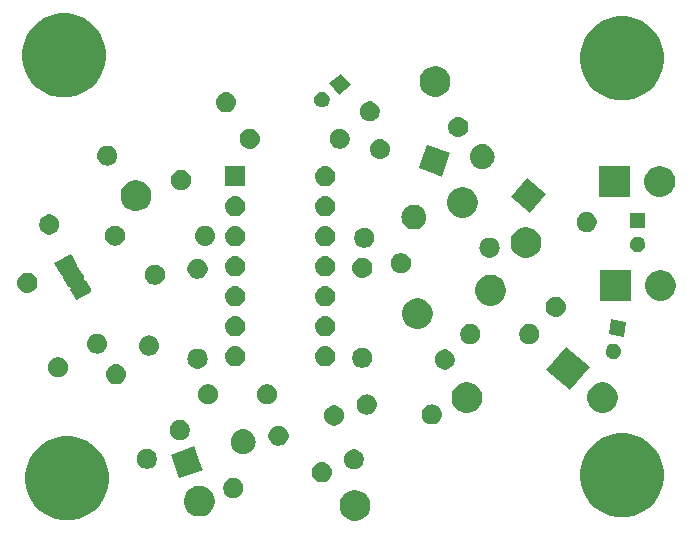
<source format=gbr>
G04 #@! TF.GenerationSoftware,KiCad,Pcbnew,(5.1.2-1)-1*
G04 #@! TF.CreationDate,2021-05-12T23:47:19-04:00*
G04 #@! TF.ProjectId,Dual Micro Sample Hold - MFOS,4475616c-204d-4696-9372-6f2053616d70,rev?*
G04 #@! TF.SameCoordinates,Original*
G04 #@! TF.FileFunction,Soldermask,Bot*
G04 #@! TF.FilePolarity,Negative*
%FSLAX46Y46*%
G04 Gerber Fmt 4.6, Leading zero omitted, Abs format (unit mm)*
G04 Created by KiCad (PCBNEW (5.1.2-1)-1) date 2021-05-12 23:47:19*
%MOMM*%
%LPD*%
G04 APERTURE LIST*
%ADD10C,0.100000*%
G04 APERTURE END LIST*
D10*
G36*
X42543393Y-54375304D02*
G01*
X42780101Y-54473352D01*
X42780103Y-54473353D01*
X42993135Y-54615696D01*
X43174304Y-54796865D01*
X43312573Y-55003800D01*
X43316648Y-55009899D01*
X43414696Y-55246607D01*
X43464680Y-55497893D01*
X43464680Y-55754107D01*
X43414696Y-56005393D01*
X43375701Y-56099534D01*
X43316647Y-56242103D01*
X43174304Y-56455135D01*
X42993135Y-56636304D01*
X42780103Y-56778647D01*
X42780102Y-56778648D01*
X42780101Y-56778648D01*
X42543393Y-56876696D01*
X42292107Y-56926680D01*
X42035893Y-56926680D01*
X41784607Y-56876696D01*
X41547899Y-56778648D01*
X41547898Y-56778648D01*
X41547897Y-56778647D01*
X41334865Y-56636304D01*
X41153696Y-56455135D01*
X41011353Y-56242103D01*
X40952299Y-56099534D01*
X40913304Y-56005393D01*
X40863320Y-55754107D01*
X40863320Y-55497893D01*
X40913304Y-55246607D01*
X41011352Y-55009899D01*
X41015427Y-55003800D01*
X41153696Y-54796865D01*
X41334865Y-54615696D01*
X41547897Y-54473353D01*
X41547899Y-54473352D01*
X41784607Y-54375304D01*
X42035893Y-54325320D01*
X42292107Y-54325320D01*
X42543393Y-54375304D01*
X42543393Y-54375304D01*
G37*
G36*
X18815787Y-49925462D02*
G01*
X18815790Y-49925463D01*
X18815789Y-49925463D01*
X19462029Y-50193144D01*
X20043631Y-50581758D01*
X20538242Y-51076369D01*
X20926856Y-51657971D01*
X20926856Y-51657972D01*
X21194538Y-52304213D01*
X21331000Y-52990256D01*
X21331000Y-53689744D01*
X21194538Y-54375787D01*
X21194537Y-54375789D01*
X20926856Y-55022029D01*
X20538242Y-55603631D01*
X20043631Y-56098242D01*
X19462029Y-56486856D01*
X19101229Y-56636304D01*
X18815787Y-56754538D01*
X18129744Y-56891000D01*
X17430256Y-56891000D01*
X16744213Y-56754538D01*
X16458771Y-56636304D01*
X16097971Y-56486856D01*
X15516369Y-56098242D01*
X15021758Y-55603631D01*
X14633144Y-55022029D01*
X14365463Y-54375789D01*
X14365462Y-54375787D01*
X14229000Y-53689744D01*
X14229000Y-52990256D01*
X14365462Y-52304213D01*
X14633144Y-51657972D01*
X14633144Y-51657971D01*
X15021758Y-51076369D01*
X15516369Y-50581758D01*
X16097971Y-50193144D01*
X16744211Y-49925463D01*
X16744210Y-49925463D01*
X16744213Y-49925462D01*
X17430256Y-49789000D01*
X18129744Y-49789000D01*
X18815787Y-49925462D01*
X18815787Y-49925462D01*
G37*
G36*
X65805787Y-49671462D02*
G01*
X65805790Y-49671463D01*
X65805789Y-49671463D01*
X66452029Y-49939144D01*
X67033631Y-50327758D01*
X67528242Y-50822369D01*
X67916856Y-51403971D01*
X68069636Y-51772815D01*
X68184538Y-52050213D01*
X68321000Y-52736256D01*
X68321000Y-53435744D01*
X68184538Y-54121787D01*
X68184537Y-54121789D01*
X67916856Y-54768029D01*
X67528242Y-55349631D01*
X67033631Y-55844242D01*
X66452029Y-56232856D01*
X65995068Y-56422135D01*
X65805787Y-56500538D01*
X65119744Y-56637000D01*
X64420256Y-56637000D01*
X63734213Y-56500538D01*
X63544932Y-56422135D01*
X63087971Y-56232856D01*
X62506369Y-55844242D01*
X62011758Y-55349631D01*
X61623144Y-54768029D01*
X61355463Y-54121789D01*
X61355462Y-54121787D01*
X61219000Y-53435744D01*
X61219000Y-52736256D01*
X61355462Y-52050213D01*
X61470364Y-51772815D01*
X61623144Y-51403971D01*
X62011758Y-50822369D01*
X62506369Y-50327758D01*
X63087971Y-49939144D01*
X63734211Y-49671463D01*
X63734210Y-49671463D01*
X63734213Y-49671462D01*
X64420256Y-49535000D01*
X65119744Y-49535000D01*
X65805787Y-49671462D01*
X65805787Y-49671462D01*
G37*
G36*
X29360793Y-54019704D02*
G01*
X29479767Y-54068985D01*
X29597503Y-54117753D01*
X29810535Y-54260096D01*
X29991704Y-54441265D01*
X30134047Y-54654297D01*
X30134048Y-54654299D01*
X30232096Y-54891007D01*
X30282080Y-55142293D01*
X30282080Y-55398507D01*
X30232096Y-55649793D01*
X30151552Y-55844242D01*
X30134047Y-55886503D01*
X29991704Y-56099535D01*
X29810535Y-56280704D01*
X29597503Y-56423047D01*
X29597502Y-56423048D01*
X29597501Y-56423048D01*
X29360793Y-56521096D01*
X29109507Y-56571080D01*
X28853293Y-56571080D01*
X28602007Y-56521096D01*
X28365299Y-56423048D01*
X28365298Y-56423048D01*
X28365297Y-56423047D01*
X28152265Y-56280704D01*
X27971096Y-56099535D01*
X27828753Y-55886503D01*
X27811248Y-55844242D01*
X27730704Y-55649793D01*
X27680720Y-55398507D01*
X27680720Y-55142293D01*
X27730704Y-54891007D01*
X27828752Y-54654299D01*
X27828753Y-54654297D01*
X27971096Y-54441265D01*
X28152265Y-54260096D01*
X28365297Y-54117753D01*
X28483033Y-54068985D01*
X28602007Y-54019704D01*
X28853293Y-53969720D01*
X29109507Y-53969720D01*
X29360793Y-54019704D01*
X29360793Y-54019704D01*
G37*
G36*
X32099828Y-53334503D02*
G01*
X32254700Y-53398653D01*
X32394081Y-53491785D01*
X32512615Y-53610319D01*
X32605747Y-53749700D01*
X32669897Y-53904572D01*
X32702600Y-54068984D01*
X32702600Y-54236616D01*
X32669897Y-54401028D01*
X32605747Y-54555900D01*
X32512615Y-54695281D01*
X32394081Y-54813815D01*
X32254700Y-54906947D01*
X32099828Y-54971097D01*
X31935416Y-55003800D01*
X31767784Y-55003800D01*
X31603372Y-54971097D01*
X31448500Y-54906947D01*
X31309119Y-54813815D01*
X31190585Y-54695281D01*
X31097453Y-54555900D01*
X31033303Y-54401028D01*
X31000600Y-54236616D01*
X31000600Y-54068984D01*
X31033303Y-53904572D01*
X31097453Y-53749700D01*
X31190585Y-53610319D01*
X31309119Y-53491785D01*
X31448500Y-53398653D01*
X31603372Y-53334503D01*
X31767784Y-53301800D01*
X31935416Y-53301800D01*
X32099828Y-53334503D01*
X32099828Y-53334503D01*
G37*
G36*
X39522658Y-51990914D02*
G01*
X39683077Y-52039577D01*
X39815741Y-52110487D01*
X39830913Y-52118597D01*
X39960494Y-52224942D01*
X40066839Y-52354523D01*
X40066840Y-52354525D01*
X40145859Y-52502359D01*
X40194522Y-52662778D01*
X40210952Y-52829601D01*
X40194522Y-52996424D01*
X40145859Y-53156843D01*
X40074949Y-53289507D01*
X40066839Y-53304679D01*
X39960494Y-53434260D01*
X39830913Y-53540605D01*
X39830911Y-53540606D01*
X39683077Y-53619625D01*
X39522658Y-53668288D01*
X39397639Y-53680601D01*
X39314031Y-53680601D01*
X39189012Y-53668288D01*
X39028593Y-53619625D01*
X38880759Y-53540606D01*
X38880757Y-53540605D01*
X38751176Y-53434260D01*
X38644831Y-53304679D01*
X38636721Y-53289507D01*
X38565811Y-53156843D01*
X38517148Y-52996424D01*
X38500718Y-52829601D01*
X38517148Y-52662778D01*
X38565811Y-52502359D01*
X38644830Y-52354525D01*
X38644831Y-52354523D01*
X38751176Y-52224942D01*
X38880757Y-52118597D01*
X38895929Y-52110487D01*
X39028593Y-52039577D01*
X39189012Y-51990914D01*
X39314031Y-51978601D01*
X39397639Y-51978601D01*
X39522658Y-51990914D01*
X39522658Y-51990914D01*
G37*
G36*
X29058957Y-52039576D02*
G01*
X29229193Y-52507295D01*
X29261680Y-52596554D01*
X27813530Y-53123637D01*
X27286447Y-53315480D01*
X27286446Y-53315480D01*
X26743452Y-51823615D01*
X26567520Y-51340247D01*
X26567520Y-51340246D01*
X28504929Y-50635087D01*
X28542753Y-50621320D01*
X28542754Y-50621320D01*
X29058957Y-52039576D01*
X29058957Y-52039576D01*
G37*
G36*
X42310628Y-50921503D02*
G01*
X42465500Y-50985653D01*
X42604881Y-51078785D01*
X42723415Y-51197319D01*
X42816547Y-51336700D01*
X42880697Y-51491572D01*
X42913400Y-51655984D01*
X42913400Y-51823616D01*
X42880697Y-51988028D01*
X42816547Y-52142900D01*
X42723415Y-52282281D01*
X42604881Y-52400815D01*
X42465500Y-52493947D01*
X42310628Y-52558097D01*
X42146216Y-52590800D01*
X41978584Y-52590800D01*
X41814172Y-52558097D01*
X41659300Y-52493947D01*
X41519919Y-52400815D01*
X41401385Y-52282281D01*
X41308253Y-52142900D01*
X41244103Y-51988028D01*
X41211400Y-51823616D01*
X41211400Y-51655984D01*
X41244103Y-51491572D01*
X41308253Y-51336700D01*
X41401385Y-51197319D01*
X41519919Y-51078785D01*
X41659300Y-50985653D01*
X41814172Y-50921503D01*
X41978584Y-50888800D01*
X42146216Y-50888800D01*
X42310628Y-50921503D01*
X42310628Y-50921503D01*
G37*
G36*
X24784628Y-50870703D02*
G01*
X24939500Y-50934853D01*
X25078881Y-51027985D01*
X25197415Y-51146519D01*
X25290547Y-51285900D01*
X25354697Y-51440772D01*
X25387400Y-51605184D01*
X25387400Y-51772816D01*
X25354697Y-51937228D01*
X25290547Y-52092100D01*
X25197415Y-52231481D01*
X25078881Y-52350015D01*
X24939500Y-52443147D01*
X24784628Y-52507297D01*
X24620216Y-52540000D01*
X24452584Y-52540000D01*
X24288172Y-52507297D01*
X24133300Y-52443147D01*
X23993919Y-52350015D01*
X23875385Y-52231481D01*
X23782253Y-52092100D01*
X23718103Y-51937228D01*
X23685400Y-51772816D01*
X23685400Y-51605184D01*
X23718103Y-51440772D01*
X23782253Y-51285900D01*
X23875385Y-51146519D01*
X23993919Y-51027985D01*
X24133300Y-50934853D01*
X24288172Y-50870703D01*
X24452584Y-50838000D01*
X24620216Y-50838000D01*
X24784628Y-50870703D01*
X24784628Y-50870703D01*
G37*
G36*
X32791336Y-49185007D02*
G01*
X32894271Y-49195145D01*
X33092385Y-49255243D01*
X33092388Y-49255244D01*
X33189214Y-49306999D01*
X33274968Y-49352835D01*
X33435004Y-49484173D01*
X33566342Y-49644209D01*
X33571413Y-49653697D01*
X33663933Y-49826789D01*
X33663934Y-49826792D01*
X33724032Y-50024906D01*
X33744324Y-50230938D01*
X33724032Y-50436970D01*
X33668109Y-50621320D01*
X33663933Y-50635087D01*
X33612178Y-50731913D01*
X33566342Y-50817667D01*
X33435004Y-50977703D01*
X33274968Y-51109041D01*
X33204851Y-51146519D01*
X33092388Y-51206632D01*
X33092385Y-51206633D01*
X32894271Y-51266731D01*
X32791336Y-51276869D01*
X32739870Y-51281938D01*
X32636608Y-51281938D01*
X32585142Y-51276869D01*
X32482207Y-51266731D01*
X32284093Y-51206633D01*
X32284090Y-51206632D01*
X32171627Y-51146519D01*
X32101510Y-51109041D01*
X31941474Y-50977703D01*
X31810136Y-50817667D01*
X31764300Y-50731913D01*
X31712545Y-50635087D01*
X31708369Y-50621320D01*
X31652446Y-50436970D01*
X31632154Y-50230938D01*
X31652446Y-50024906D01*
X31712544Y-49826792D01*
X31712545Y-49826789D01*
X31805065Y-49653697D01*
X31810136Y-49644209D01*
X31941474Y-49484173D01*
X32101510Y-49352835D01*
X32187264Y-49306999D01*
X32284090Y-49255244D01*
X32284093Y-49255243D01*
X32482207Y-49195145D01*
X32585142Y-49185007D01*
X32636608Y-49179938D01*
X32739870Y-49179938D01*
X32791336Y-49185007D01*
X32791336Y-49185007D01*
G37*
G36*
X35935228Y-48914903D02*
G01*
X36090100Y-48979053D01*
X36229481Y-49072185D01*
X36348015Y-49190719D01*
X36441147Y-49330100D01*
X36505297Y-49484972D01*
X36538000Y-49649384D01*
X36538000Y-49817016D01*
X36505297Y-49981428D01*
X36441147Y-50136300D01*
X36348015Y-50275681D01*
X36229481Y-50394215D01*
X36090100Y-50487347D01*
X35935228Y-50551497D01*
X35770816Y-50584200D01*
X35603184Y-50584200D01*
X35438772Y-50551497D01*
X35283900Y-50487347D01*
X35144519Y-50394215D01*
X35025985Y-50275681D01*
X34932853Y-50136300D01*
X34868703Y-49981428D01*
X34836000Y-49817016D01*
X34836000Y-49649384D01*
X34868703Y-49484972D01*
X34932853Y-49330100D01*
X35025985Y-49190719D01*
X35144519Y-49072185D01*
X35283900Y-48979053D01*
X35438772Y-48914903D01*
X35603184Y-48882200D01*
X35770816Y-48882200D01*
X35935228Y-48914903D01*
X35935228Y-48914903D01*
G37*
G36*
X27578628Y-48432303D02*
G01*
X27733500Y-48496453D01*
X27872881Y-48589585D01*
X27991415Y-48708119D01*
X28084547Y-48847500D01*
X28148697Y-49002372D01*
X28181400Y-49166784D01*
X28181400Y-49334416D01*
X28148697Y-49498828D01*
X28084547Y-49653700D01*
X27991415Y-49793081D01*
X27872881Y-49911615D01*
X27733500Y-50004747D01*
X27578628Y-50068897D01*
X27414216Y-50101600D01*
X27246584Y-50101600D01*
X27082172Y-50068897D01*
X26927300Y-50004747D01*
X26787919Y-49911615D01*
X26669385Y-49793081D01*
X26576253Y-49653700D01*
X26512103Y-49498828D01*
X26479400Y-49334416D01*
X26479400Y-49166784D01*
X26512103Y-49002372D01*
X26576253Y-48847500D01*
X26669385Y-48708119D01*
X26787919Y-48589585D01*
X26927300Y-48496453D01*
X27082172Y-48432303D01*
X27246584Y-48399600D01*
X27414216Y-48399600D01*
X27578628Y-48432303D01*
X27578628Y-48432303D01*
G37*
G36*
X40633691Y-47204802D02*
G01*
X40788563Y-47268952D01*
X40927944Y-47362084D01*
X41046478Y-47480618D01*
X41139610Y-47619999D01*
X41203760Y-47774871D01*
X41236463Y-47939283D01*
X41236463Y-48106915D01*
X41203760Y-48271327D01*
X41139610Y-48426199D01*
X41046478Y-48565580D01*
X40927944Y-48684114D01*
X40788563Y-48777246D01*
X40633691Y-48841396D01*
X40469279Y-48874099D01*
X40301647Y-48874099D01*
X40137235Y-48841396D01*
X39982363Y-48777246D01*
X39842982Y-48684114D01*
X39724448Y-48565580D01*
X39631316Y-48426199D01*
X39567166Y-48271327D01*
X39534463Y-48106915D01*
X39534463Y-47939283D01*
X39567166Y-47774871D01*
X39631316Y-47619999D01*
X39724448Y-47480618D01*
X39842982Y-47362084D01*
X39982363Y-47268952D01*
X40137235Y-47204802D01*
X40301647Y-47172099D01*
X40469279Y-47172099D01*
X40633691Y-47204802D01*
X40633691Y-47204802D01*
G37*
G36*
X48828337Y-47091113D02*
G01*
X48988756Y-47139776D01*
X49110411Y-47204802D01*
X49136592Y-47218796D01*
X49266173Y-47325141D01*
X49372518Y-47454722D01*
X49372519Y-47454724D01*
X49451538Y-47602558D01*
X49500201Y-47762977D01*
X49516631Y-47929800D01*
X49500201Y-48096623D01*
X49451538Y-48257042D01*
X49380628Y-48389706D01*
X49372518Y-48404878D01*
X49266173Y-48534459D01*
X49136592Y-48640804D01*
X49136590Y-48640805D01*
X48988756Y-48719824D01*
X48828337Y-48768487D01*
X48703318Y-48780800D01*
X48619710Y-48780800D01*
X48494691Y-48768487D01*
X48334272Y-48719824D01*
X48186438Y-48640805D01*
X48186436Y-48640804D01*
X48056855Y-48534459D01*
X47950510Y-48404878D01*
X47942400Y-48389706D01*
X47871490Y-48257042D01*
X47822827Y-48096623D01*
X47806397Y-47929800D01*
X47822827Y-47762977D01*
X47871490Y-47602558D01*
X47950509Y-47454724D01*
X47950510Y-47454722D01*
X48056855Y-47325141D01*
X48186436Y-47218796D01*
X48212617Y-47204802D01*
X48334272Y-47139776D01*
X48494691Y-47091113D01*
X48619710Y-47078800D01*
X48703318Y-47078800D01*
X48828337Y-47091113D01*
X48828337Y-47091113D01*
G37*
G36*
X43326309Y-46252913D02*
G01*
X43486728Y-46301576D01*
X43604478Y-46364515D01*
X43634564Y-46380596D01*
X43764145Y-46486941D01*
X43870490Y-46616522D01*
X43870491Y-46616524D01*
X43949510Y-46764358D01*
X43998173Y-46924777D01*
X44014603Y-47091600D01*
X43998173Y-47258423D01*
X43949510Y-47418842D01*
X43896667Y-47517704D01*
X43870490Y-47566678D01*
X43764145Y-47696259D01*
X43634564Y-47802604D01*
X43634562Y-47802605D01*
X43486728Y-47881624D01*
X43326309Y-47930287D01*
X43201290Y-47942600D01*
X43117682Y-47942600D01*
X42992663Y-47930287D01*
X42832244Y-47881624D01*
X42684410Y-47802605D01*
X42684408Y-47802604D01*
X42554827Y-47696259D01*
X42448482Y-47566678D01*
X42422305Y-47517704D01*
X42369462Y-47418842D01*
X42320799Y-47258423D01*
X42304369Y-47091600D01*
X42320799Y-46924777D01*
X42369462Y-46764358D01*
X42448481Y-46616524D01*
X42448482Y-46616522D01*
X42554827Y-46486941D01*
X42684408Y-46380596D01*
X42714494Y-46364515D01*
X42832244Y-46301576D01*
X42992663Y-46252913D01*
X43117682Y-46240600D01*
X43201290Y-46240600D01*
X43326309Y-46252913D01*
X43326309Y-46252913D01*
G37*
G36*
X52017593Y-45256704D02*
G01*
X52254301Y-45354752D01*
X52254303Y-45354753D01*
X52467335Y-45497096D01*
X52648504Y-45678265D01*
X52780972Y-45876518D01*
X52790848Y-45891299D01*
X52888896Y-46128007D01*
X52938880Y-46379293D01*
X52938880Y-46635507D01*
X52888896Y-46886793D01*
X52796969Y-47108724D01*
X52790847Y-47123503D01*
X52648504Y-47336535D01*
X52467335Y-47517704D01*
X52254303Y-47660047D01*
X52254302Y-47660048D01*
X52254301Y-47660048D01*
X52017593Y-47758096D01*
X51766307Y-47808080D01*
X51510093Y-47808080D01*
X51258807Y-47758096D01*
X51022099Y-47660048D01*
X51022098Y-47660048D01*
X51022097Y-47660047D01*
X50809065Y-47517704D01*
X50627896Y-47336535D01*
X50485553Y-47123503D01*
X50479431Y-47108724D01*
X50387504Y-46886793D01*
X50337520Y-46635507D01*
X50337520Y-46379293D01*
X50387504Y-46128007D01*
X50485552Y-45891299D01*
X50495428Y-45876518D01*
X50627896Y-45678265D01*
X50809065Y-45497096D01*
X51022097Y-45354753D01*
X51022099Y-45354752D01*
X51258807Y-45256704D01*
X51510093Y-45206720D01*
X51766307Y-45206720D01*
X52017593Y-45256704D01*
X52017593Y-45256704D01*
G37*
G36*
X63496022Y-45241925D02*
G01*
X63732730Y-45339973D01*
X63732732Y-45339974D01*
X63945764Y-45482317D01*
X64126933Y-45663486D01*
X64269276Y-45876518D01*
X64269277Y-45876520D01*
X64367325Y-46113228D01*
X64417309Y-46364514D01*
X64417309Y-46620728D01*
X64367325Y-46872014D01*
X64295135Y-47046295D01*
X64269276Y-47108724D01*
X64126933Y-47321756D01*
X63945764Y-47502925D01*
X63732732Y-47645268D01*
X63732731Y-47645269D01*
X63732730Y-47645269D01*
X63496022Y-47743317D01*
X63244736Y-47793301D01*
X62988522Y-47793301D01*
X62737236Y-47743317D01*
X62500528Y-47645269D01*
X62500527Y-47645269D01*
X62500526Y-47645268D01*
X62287494Y-47502925D01*
X62106325Y-47321756D01*
X61963982Y-47108724D01*
X61938123Y-47046295D01*
X61865933Y-46872014D01*
X61815949Y-46620728D01*
X61815949Y-46364514D01*
X61865933Y-46113228D01*
X61963981Y-45876520D01*
X61963982Y-45876518D01*
X62106325Y-45663486D01*
X62287494Y-45482317D01*
X62500526Y-45339974D01*
X62500528Y-45339973D01*
X62737236Y-45241925D01*
X62988522Y-45191941D01*
X63244736Y-45191941D01*
X63496022Y-45241925D01*
X63496022Y-45241925D01*
G37*
G36*
X34970028Y-45409703D02*
G01*
X35124900Y-45473853D01*
X35264281Y-45566985D01*
X35382815Y-45685519D01*
X35475947Y-45824900D01*
X35540097Y-45979772D01*
X35572800Y-46144184D01*
X35572800Y-46311816D01*
X35540097Y-46476228D01*
X35475947Y-46631100D01*
X35382815Y-46770481D01*
X35264281Y-46889015D01*
X35124900Y-46982147D01*
X34970028Y-47046297D01*
X34805616Y-47079000D01*
X34637984Y-47079000D01*
X34473572Y-47046297D01*
X34318700Y-46982147D01*
X34179319Y-46889015D01*
X34060785Y-46770481D01*
X33967653Y-46631100D01*
X33903503Y-46476228D01*
X33870800Y-46311816D01*
X33870800Y-46144184D01*
X33903503Y-45979772D01*
X33967653Y-45824900D01*
X34060785Y-45685519D01*
X34179319Y-45566985D01*
X34318700Y-45473853D01*
X34473572Y-45409703D01*
X34637984Y-45377000D01*
X34805616Y-45377000D01*
X34970028Y-45409703D01*
X34970028Y-45409703D01*
G37*
G36*
X29970028Y-45409703D02*
G01*
X30124900Y-45473853D01*
X30264281Y-45566985D01*
X30382815Y-45685519D01*
X30475947Y-45824900D01*
X30540097Y-45979772D01*
X30572800Y-46144184D01*
X30572800Y-46311816D01*
X30540097Y-46476228D01*
X30475947Y-46631100D01*
X30382815Y-46770481D01*
X30264281Y-46889015D01*
X30124900Y-46982147D01*
X29970028Y-47046297D01*
X29805616Y-47079000D01*
X29637984Y-47079000D01*
X29473572Y-47046297D01*
X29318700Y-46982147D01*
X29179319Y-46889015D01*
X29060785Y-46770481D01*
X28967653Y-46631100D01*
X28903503Y-46476228D01*
X28870800Y-46311816D01*
X28870800Y-46144184D01*
X28903503Y-45979772D01*
X28967653Y-45824900D01*
X29060785Y-45685519D01*
X29179319Y-45566985D01*
X29318700Y-45473853D01*
X29473572Y-45409703D01*
X29637984Y-45377000D01*
X29805616Y-45377000D01*
X29970028Y-45409703D01*
X29970028Y-45409703D01*
G37*
G36*
X62030440Y-43883282D02*
G01*
X60358318Y-45876040D01*
X58365560Y-44203918D01*
X60037682Y-42211160D01*
X62030440Y-43883282D01*
X62030440Y-43883282D01*
G37*
G36*
X22097030Y-43689855D02*
G01*
X22257449Y-43738518D01*
X22390113Y-43809428D01*
X22405285Y-43817538D01*
X22534866Y-43923883D01*
X22641211Y-44053464D01*
X22641212Y-44053466D01*
X22720231Y-44201300D01*
X22768894Y-44361719D01*
X22785324Y-44528542D01*
X22768894Y-44695365D01*
X22720231Y-44855784D01*
X22649321Y-44988448D01*
X22641211Y-45003620D01*
X22534866Y-45133201D01*
X22405285Y-45239546D01*
X22405283Y-45239547D01*
X22257449Y-45318566D01*
X22097030Y-45367229D01*
X21972011Y-45379542D01*
X21888403Y-45379542D01*
X21763384Y-45367229D01*
X21602965Y-45318566D01*
X21455131Y-45239547D01*
X21455129Y-45239546D01*
X21325548Y-45133201D01*
X21219203Y-45003620D01*
X21211093Y-44988448D01*
X21140183Y-44855784D01*
X21091520Y-44695365D01*
X21075090Y-44528542D01*
X21091520Y-44361719D01*
X21140183Y-44201300D01*
X21219202Y-44053466D01*
X21219203Y-44053464D01*
X21325548Y-43923883D01*
X21455129Y-43817538D01*
X21470301Y-43809428D01*
X21602965Y-43738518D01*
X21763384Y-43689855D01*
X21888403Y-43677542D01*
X21972011Y-43677542D01*
X22097030Y-43689855D01*
X22097030Y-43689855D01*
G37*
G36*
X17266228Y-43123703D02*
G01*
X17421100Y-43187853D01*
X17560481Y-43280985D01*
X17679015Y-43399519D01*
X17772147Y-43538900D01*
X17836297Y-43693772D01*
X17869000Y-43858184D01*
X17869000Y-44025816D01*
X17836297Y-44190228D01*
X17772147Y-44345100D01*
X17679015Y-44484481D01*
X17560481Y-44603015D01*
X17421100Y-44696147D01*
X17266228Y-44760297D01*
X17101816Y-44793000D01*
X16934184Y-44793000D01*
X16769772Y-44760297D01*
X16614900Y-44696147D01*
X16475519Y-44603015D01*
X16356985Y-44484481D01*
X16263853Y-44345100D01*
X16199703Y-44190228D01*
X16167000Y-44025816D01*
X16167000Y-43858184D01*
X16199703Y-43693772D01*
X16263853Y-43538900D01*
X16356985Y-43399519D01*
X16475519Y-43280985D01*
X16614900Y-43187853D01*
X16769772Y-43123703D01*
X16934184Y-43091000D01*
X17101816Y-43091000D01*
X17266228Y-43123703D01*
X17266228Y-43123703D01*
G37*
G36*
X50006828Y-42463303D02*
G01*
X50161700Y-42527453D01*
X50301081Y-42620585D01*
X50419615Y-42739119D01*
X50512747Y-42878500D01*
X50576897Y-43033372D01*
X50609600Y-43197784D01*
X50609600Y-43365416D01*
X50576897Y-43529828D01*
X50512747Y-43684700D01*
X50419615Y-43824081D01*
X50301081Y-43942615D01*
X50161700Y-44035747D01*
X50006828Y-44099897D01*
X49842416Y-44132600D01*
X49674784Y-44132600D01*
X49510372Y-44099897D01*
X49355500Y-44035747D01*
X49216119Y-43942615D01*
X49097585Y-43824081D01*
X49004453Y-43684700D01*
X48940303Y-43529828D01*
X48907600Y-43365416D01*
X48907600Y-43197784D01*
X48940303Y-43033372D01*
X49004453Y-42878500D01*
X49097585Y-42739119D01*
X49216119Y-42620585D01*
X49355500Y-42527453D01*
X49510372Y-42463303D01*
X49674784Y-42430600D01*
X49842416Y-42430600D01*
X50006828Y-42463303D01*
X50006828Y-42463303D01*
G37*
G36*
X28995823Y-42366713D02*
G01*
X29156242Y-42415376D01*
X29288906Y-42486286D01*
X29304078Y-42494396D01*
X29433659Y-42600741D01*
X29540004Y-42730322D01*
X29540005Y-42730324D01*
X29619024Y-42878158D01*
X29619025Y-42878161D01*
X29619877Y-42880971D01*
X29667687Y-43038577D01*
X29684117Y-43205400D01*
X29667687Y-43372223D01*
X29619024Y-43532642D01*
X29615677Y-43538903D01*
X29540004Y-43680478D01*
X29433659Y-43810059D01*
X29304078Y-43916404D01*
X29304076Y-43916405D01*
X29156242Y-43995424D01*
X28995823Y-44044087D01*
X28870804Y-44056400D01*
X28787196Y-44056400D01*
X28662177Y-44044087D01*
X28501758Y-43995424D01*
X28353924Y-43916405D01*
X28353922Y-43916404D01*
X28224341Y-43810059D01*
X28117996Y-43680478D01*
X28042323Y-43538903D01*
X28038976Y-43532642D01*
X27990313Y-43372223D01*
X27973883Y-43205400D01*
X27990313Y-43038577D01*
X28038123Y-42880971D01*
X28038975Y-42878161D01*
X28038976Y-42878158D01*
X28117995Y-42730324D01*
X28117996Y-42730322D01*
X28224341Y-42600741D01*
X28353922Y-42494396D01*
X28369094Y-42486286D01*
X28501758Y-42415376D01*
X28662177Y-42366713D01*
X28787196Y-42354400D01*
X28870804Y-42354400D01*
X28995823Y-42366713D01*
X28995823Y-42366713D01*
G37*
G36*
X43021828Y-42310903D02*
G01*
X43176700Y-42375053D01*
X43316081Y-42468185D01*
X43434615Y-42586719D01*
X43527747Y-42726100D01*
X43591897Y-42880972D01*
X43624600Y-43045384D01*
X43624600Y-43213016D01*
X43591897Y-43377428D01*
X43527747Y-43532300D01*
X43434615Y-43671681D01*
X43316081Y-43790215D01*
X43176700Y-43883347D01*
X43021828Y-43947497D01*
X42857416Y-43980200D01*
X42689784Y-43980200D01*
X42525372Y-43947497D01*
X42370500Y-43883347D01*
X42231119Y-43790215D01*
X42112585Y-43671681D01*
X42019453Y-43532300D01*
X41955303Y-43377428D01*
X41922600Y-43213016D01*
X41922600Y-43045384D01*
X41955303Y-42880972D01*
X42019453Y-42726100D01*
X42112585Y-42586719D01*
X42231119Y-42468185D01*
X42370500Y-42375053D01*
X42525372Y-42310903D01*
X42689784Y-42278200D01*
X42857416Y-42278200D01*
X43021828Y-42310903D01*
X43021828Y-42310903D01*
G37*
G36*
X39816223Y-42163513D02*
G01*
X39976642Y-42212176D01*
X40062187Y-42257901D01*
X40124478Y-42291196D01*
X40254059Y-42397541D01*
X40360404Y-42527122D01*
X40360405Y-42527124D01*
X40439424Y-42674958D01*
X40488087Y-42835377D01*
X40504517Y-43002200D01*
X40488087Y-43169023D01*
X40439424Y-43329442D01*
X40420196Y-43365415D01*
X40360404Y-43477278D01*
X40254059Y-43606859D01*
X40124478Y-43713204D01*
X40124476Y-43713205D01*
X39976642Y-43792224D01*
X39816223Y-43840887D01*
X39691204Y-43853200D01*
X39607596Y-43853200D01*
X39482577Y-43840887D01*
X39322158Y-43792224D01*
X39174324Y-43713205D01*
X39174322Y-43713204D01*
X39044741Y-43606859D01*
X38938396Y-43477278D01*
X38878604Y-43365415D01*
X38859376Y-43329442D01*
X38810713Y-43169023D01*
X38794283Y-43002200D01*
X38810713Y-42835377D01*
X38859376Y-42674958D01*
X38938395Y-42527124D01*
X38938396Y-42527122D01*
X39044741Y-42397541D01*
X39174322Y-42291196D01*
X39236613Y-42257901D01*
X39322158Y-42212176D01*
X39482577Y-42163513D01*
X39607596Y-42151200D01*
X39691204Y-42151200D01*
X39816223Y-42163513D01*
X39816223Y-42163513D01*
G37*
G36*
X32196223Y-42163513D02*
G01*
X32356642Y-42212176D01*
X32442187Y-42257901D01*
X32504478Y-42291196D01*
X32634059Y-42397541D01*
X32740404Y-42527122D01*
X32740405Y-42527124D01*
X32819424Y-42674958D01*
X32868087Y-42835377D01*
X32884517Y-43002200D01*
X32868087Y-43169023D01*
X32819424Y-43329442D01*
X32800196Y-43365415D01*
X32740404Y-43477278D01*
X32634059Y-43606859D01*
X32504478Y-43713204D01*
X32504476Y-43713205D01*
X32356642Y-43792224D01*
X32196223Y-43840887D01*
X32071204Y-43853200D01*
X31987596Y-43853200D01*
X31862577Y-43840887D01*
X31702158Y-43792224D01*
X31554324Y-43713205D01*
X31554322Y-43713204D01*
X31424741Y-43606859D01*
X31318396Y-43477278D01*
X31258604Y-43365415D01*
X31239376Y-43329442D01*
X31190713Y-43169023D01*
X31174283Y-43002200D01*
X31190713Y-42835377D01*
X31239376Y-42674958D01*
X31318395Y-42527124D01*
X31318396Y-42527122D01*
X31424741Y-42397541D01*
X31554322Y-42291196D01*
X31616613Y-42257901D01*
X31702158Y-42212176D01*
X31862577Y-42163513D01*
X31987596Y-42151200D01*
X32071204Y-42151200D01*
X32196223Y-42163513D01*
X32196223Y-42163513D01*
G37*
G36*
X64231594Y-41958233D02*
G01*
X64350068Y-42007307D01*
X64456692Y-42078551D01*
X64547369Y-42169228D01*
X64606619Y-42257901D01*
X64618614Y-42275854D01*
X64667687Y-42394326D01*
X64692704Y-42520097D01*
X64692704Y-42648335D01*
X64667687Y-42774106D01*
X64642308Y-42835377D01*
X64618613Y-42892580D01*
X64547369Y-42999204D01*
X64456692Y-43089881D01*
X64350068Y-43161125D01*
X64350067Y-43161126D01*
X64350066Y-43161126D01*
X64231594Y-43210199D01*
X64105823Y-43235216D01*
X63977585Y-43235216D01*
X63851814Y-43210199D01*
X63733342Y-43161126D01*
X63733341Y-43161126D01*
X63733340Y-43161125D01*
X63626716Y-43089881D01*
X63536039Y-42999204D01*
X63464795Y-42892580D01*
X63441101Y-42835377D01*
X63415721Y-42774106D01*
X63390704Y-42648335D01*
X63390704Y-42520097D01*
X63415721Y-42394326D01*
X63464794Y-42275854D01*
X63476790Y-42257901D01*
X63536039Y-42169228D01*
X63626716Y-42078551D01*
X63733340Y-42007307D01*
X63851814Y-41958233D01*
X63977585Y-41933216D01*
X64105823Y-41933216D01*
X64231594Y-41958233D01*
X64231594Y-41958233D01*
G37*
G36*
X24891030Y-41251455D02*
G01*
X25051449Y-41300118D01*
X25179860Y-41368755D01*
X25199285Y-41379138D01*
X25328866Y-41485483D01*
X25435211Y-41615064D01*
X25435212Y-41615066D01*
X25514231Y-41762900D01*
X25562894Y-41923319D01*
X25579324Y-42090142D01*
X25562894Y-42256965D01*
X25557164Y-42275854D01*
X25514841Y-42415375D01*
X25514231Y-42417384D01*
X25473067Y-42494396D01*
X25435211Y-42565220D01*
X25328866Y-42694801D01*
X25199285Y-42801146D01*
X25199283Y-42801147D01*
X25051449Y-42880166D01*
X25051446Y-42880167D01*
X25048792Y-42880972D01*
X24891030Y-42928829D01*
X24766011Y-42941142D01*
X24682403Y-42941142D01*
X24557384Y-42928829D01*
X24399622Y-42880972D01*
X24396968Y-42880167D01*
X24396965Y-42880166D01*
X24249131Y-42801147D01*
X24249129Y-42801146D01*
X24119548Y-42694801D01*
X24013203Y-42565220D01*
X23975347Y-42494396D01*
X23934183Y-42417384D01*
X23933574Y-42415375D01*
X23891250Y-42275854D01*
X23885520Y-42256965D01*
X23869090Y-42090142D01*
X23885520Y-41923319D01*
X23934183Y-41762900D01*
X24013202Y-41615066D01*
X24013203Y-41615064D01*
X24119548Y-41485483D01*
X24249129Y-41379138D01*
X24268554Y-41368755D01*
X24396965Y-41300118D01*
X24557384Y-41251455D01*
X24682403Y-41239142D01*
X24766011Y-41239142D01*
X24891030Y-41251455D01*
X24891030Y-41251455D01*
G37*
G36*
X20490981Y-41091972D02*
G01*
X20651400Y-41140635D01*
X20712332Y-41173204D01*
X20799236Y-41219655D01*
X20928817Y-41326000D01*
X21035162Y-41455581D01*
X21035163Y-41455583D01*
X21114182Y-41603417D01*
X21162845Y-41763836D01*
X21179275Y-41930659D01*
X21162845Y-42097482D01*
X21114182Y-42257901D01*
X21062602Y-42354400D01*
X21035162Y-42405737D01*
X20928817Y-42535318D01*
X20799236Y-42641663D01*
X20799234Y-42641664D01*
X20651400Y-42720683D01*
X20490981Y-42769346D01*
X20365962Y-42781659D01*
X20282354Y-42781659D01*
X20157335Y-42769346D01*
X19996916Y-42720683D01*
X19849082Y-42641664D01*
X19849080Y-42641663D01*
X19719499Y-42535318D01*
X19613154Y-42405737D01*
X19585714Y-42354400D01*
X19534134Y-42257901D01*
X19485471Y-42097482D01*
X19469041Y-41930659D01*
X19485471Y-41763836D01*
X19534134Y-41603417D01*
X19613153Y-41455583D01*
X19613154Y-41455581D01*
X19719499Y-41326000D01*
X19849080Y-41219655D01*
X19935984Y-41173204D01*
X19996916Y-41140635D01*
X20157335Y-41091972D01*
X20282354Y-41079659D01*
X20365962Y-41079659D01*
X20490981Y-41091972D01*
X20490981Y-41091972D01*
G37*
G36*
X52165828Y-40304303D02*
G01*
X52320700Y-40368453D01*
X52460081Y-40461585D01*
X52578615Y-40580119D01*
X52671747Y-40719500D01*
X52735897Y-40874372D01*
X52768600Y-41038784D01*
X52768600Y-41206416D01*
X52735897Y-41370828D01*
X52671747Y-41525700D01*
X52578615Y-41665081D01*
X52460081Y-41783615D01*
X52320700Y-41876747D01*
X52165828Y-41940897D01*
X52001416Y-41973600D01*
X51833784Y-41973600D01*
X51669372Y-41940897D01*
X51514500Y-41876747D01*
X51375119Y-41783615D01*
X51256585Y-41665081D01*
X51163453Y-41525700D01*
X51099303Y-41370828D01*
X51066600Y-41206416D01*
X51066600Y-41038784D01*
X51099303Y-40874372D01*
X51163453Y-40719500D01*
X51256585Y-40580119D01*
X51375119Y-40461585D01*
X51514500Y-40368453D01*
X51669372Y-40304303D01*
X51833784Y-40271600D01*
X52001416Y-40271600D01*
X52165828Y-40304303D01*
X52165828Y-40304303D01*
G37*
G36*
X57165828Y-40304303D02*
G01*
X57320700Y-40368453D01*
X57460081Y-40461585D01*
X57578615Y-40580119D01*
X57671747Y-40719500D01*
X57735897Y-40874372D01*
X57768600Y-41038784D01*
X57768600Y-41206416D01*
X57735897Y-41370828D01*
X57671747Y-41525700D01*
X57578615Y-41665081D01*
X57460081Y-41783615D01*
X57320700Y-41876747D01*
X57165828Y-41940897D01*
X57001416Y-41973600D01*
X56833784Y-41973600D01*
X56669372Y-41940897D01*
X56514500Y-41876747D01*
X56375119Y-41783615D01*
X56256585Y-41665081D01*
X56163453Y-41525700D01*
X56099303Y-41370828D01*
X56066600Y-41206416D01*
X56066600Y-41038784D01*
X56099303Y-40874372D01*
X56163453Y-40719500D01*
X56256585Y-40580119D01*
X56375119Y-40461585D01*
X56514500Y-40368453D01*
X56669372Y-40304303D01*
X56833784Y-40271600D01*
X57001416Y-40271600D01*
X57165828Y-40304303D01*
X57165828Y-40304303D01*
G37*
G36*
X65143155Y-40086535D02*
G01*
X64917065Y-41368755D01*
X63634845Y-41142665D01*
X63860935Y-39860445D01*
X65143155Y-40086535D01*
X65143155Y-40086535D01*
G37*
G36*
X32196223Y-39623513D02*
G01*
X32356642Y-39672176D01*
X32489306Y-39743086D01*
X32504478Y-39751196D01*
X32634059Y-39857541D01*
X32740404Y-39987122D01*
X32740405Y-39987124D01*
X32819424Y-40134958D01*
X32868087Y-40295377D01*
X32884517Y-40462200D01*
X32868087Y-40629023D01*
X32819424Y-40789442D01*
X32774028Y-40874371D01*
X32740404Y-40937278D01*
X32634059Y-41066859D01*
X32504478Y-41173204D01*
X32504476Y-41173205D01*
X32356642Y-41252224D01*
X32196223Y-41300887D01*
X32071204Y-41313200D01*
X31987596Y-41313200D01*
X31862577Y-41300887D01*
X31702158Y-41252224D01*
X31554324Y-41173205D01*
X31554322Y-41173204D01*
X31424741Y-41066859D01*
X31318396Y-40937278D01*
X31284772Y-40874371D01*
X31239376Y-40789442D01*
X31190713Y-40629023D01*
X31174283Y-40462200D01*
X31190713Y-40295377D01*
X31239376Y-40134958D01*
X31318395Y-39987124D01*
X31318396Y-39987122D01*
X31424741Y-39857541D01*
X31554322Y-39751196D01*
X31569494Y-39743086D01*
X31702158Y-39672176D01*
X31862577Y-39623513D01*
X31987596Y-39611200D01*
X32071204Y-39611200D01*
X32196223Y-39623513D01*
X32196223Y-39623513D01*
G37*
G36*
X39816223Y-39623513D02*
G01*
X39976642Y-39672176D01*
X40109306Y-39743086D01*
X40124478Y-39751196D01*
X40254059Y-39857541D01*
X40360404Y-39987122D01*
X40360405Y-39987124D01*
X40439424Y-40134958D01*
X40488087Y-40295377D01*
X40504517Y-40462200D01*
X40488087Y-40629023D01*
X40439424Y-40789442D01*
X40394028Y-40874371D01*
X40360404Y-40937278D01*
X40254059Y-41066859D01*
X40124478Y-41173204D01*
X40124476Y-41173205D01*
X39976642Y-41252224D01*
X39816223Y-41300887D01*
X39691204Y-41313200D01*
X39607596Y-41313200D01*
X39482577Y-41300887D01*
X39322158Y-41252224D01*
X39174324Y-41173205D01*
X39174322Y-41173204D01*
X39044741Y-41066859D01*
X38938396Y-40937278D01*
X38904772Y-40874371D01*
X38859376Y-40789442D01*
X38810713Y-40629023D01*
X38794283Y-40462200D01*
X38810713Y-40295377D01*
X38859376Y-40134958D01*
X38938395Y-39987124D01*
X38938396Y-39987122D01*
X39044741Y-39857541D01*
X39174322Y-39751196D01*
X39189494Y-39743086D01*
X39322158Y-39672176D01*
X39482577Y-39623513D01*
X39607596Y-39611200D01*
X39691204Y-39611200D01*
X39816223Y-39623513D01*
X39816223Y-39623513D01*
G37*
G36*
X47826593Y-38144704D02*
G01*
X48063301Y-38242752D01*
X48063303Y-38242753D01*
X48276335Y-38385096D01*
X48457504Y-38566265D01*
X48555030Y-38712224D01*
X48599848Y-38779299D01*
X48697896Y-39016007D01*
X48747880Y-39267293D01*
X48747880Y-39523507D01*
X48697896Y-39774793D01*
X48609946Y-39987122D01*
X48599847Y-40011503D01*
X48457504Y-40224535D01*
X48276335Y-40405704D01*
X48063303Y-40548047D01*
X48063302Y-40548048D01*
X48063301Y-40548048D01*
X47826593Y-40646096D01*
X47575307Y-40696080D01*
X47319093Y-40696080D01*
X47067807Y-40646096D01*
X46831099Y-40548048D01*
X46831098Y-40548048D01*
X46831097Y-40548047D01*
X46618065Y-40405704D01*
X46436896Y-40224535D01*
X46294553Y-40011503D01*
X46284454Y-39987122D01*
X46196504Y-39774793D01*
X46146520Y-39523507D01*
X46146520Y-39267293D01*
X46196504Y-39016007D01*
X46294552Y-38779299D01*
X46339370Y-38712224D01*
X46436896Y-38566265D01*
X46618065Y-38385096D01*
X46831097Y-38242753D01*
X46831099Y-38242752D01*
X47067807Y-38144704D01*
X47319093Y-38094720D01*
X47575307Y-38094720D01*
X47826593Y-38144704D01*
X47826593Y-38144704D01*
G37*
G36*
X59333430Y-37970171D02*
G01*
X59493849Y-38018834D01*
X59559677Y-38054020D01*
X59641685Y-38097854D01*
X59771266Y-38204199D01*
X59877611Y-38333780D01*
X59877612Y-38333782D01*
X59956631Y-38481616D01*
X60005294Y-38642035D01*
X60021724Y-38808858D01*
X60005294Y-38975681D01*
X59956631Y-39136100D01*
X59886507Y-39267293D01*
X59877611Y-39283936D01*
X59771266Y-39413517D01*
X59641685Y-39519862D01*
X59634866Y-39523507D01*
X59493849Y-39598882D01*
X59333430Y-39647545D01*
X59208411Y-39659858D01*
X59124803Y-39659858D01*
X58999784Y-39647545D01*
X58839365Y-39598882D01*
X58698348Y-39523507D01*
X58691529Y-39519862D01*
X58561948Y-39413517D01*
X58455603Y-39283936D01*
X58446707Y-39267293D01*
X58376583Y-39136100D01*
X58327920Y-38975681D01*
X58311490Y-38808858D01*
X58327920Y-38642035D01*
X58376583Y-38481616D01*
X58455602Y-38333782D01*
X58455603Y-38333780D01*
X58561948Y-38204199D01*
X58691529Y-38097854D01*
X58773537Y-38054020D01*
X58839365Y-38018834D01*
X58999784Y-37970171D01*
X59124803Y-37957858D01*
X59208411Y-37957858D01*
X59333430Y-37970171D01*
X59333430Y-37970171D01*
G37*
G36*
X39816223Y-37083513D02*
G01*
X39976642Y-37132176D01*
X40088424Y-37191925D01*
X40124478Y-37211196D01*
X40254059Y-37317541D01*
X40360404Y-37447122D01*
X40360405Y-37447124D01*
X40439424Y-37594958D01*
X40488087Y-37755377D01*
X40504517Y-37922200D01*
X40488087Y-38089023D01*
X40439424Y-38249442D01*
X40407867Y-38308480D01*
X40360404Y-38397278D01*
X40254059Y-38526859D01*
X40124478Y-38633204D01*
X40124476Y-38633205D01*
X39976642Y-38712224D01*
X39976639Y-38712225D01*
X39946780Y-38721283D01*
X39816223Y-38760887D01*
X39691204Y-38773200D01*
X39607596Y-38773200D01*
X39482577Y-38760887D01*
X39352020Y-38721283D01*
X39322161Y-38712225D01*
X39322158Y-38712224D01*
X39174324Y-38633205D01*
X39174322Y-38633204D01*
X39044741Y-38526859D01*
X38938396Y-38397278D01*
X38890933Y-38308480D01*
X38859376Y-38249442D01*
X38810713Y-38089023D01*
X38794283Y-37922200D01*
X38810713Y-37755377D01*
X38859376Y-37594958D01*
X38938395Y-37447124D01*
X38938396Y-37447122D01*
X39044741Y-37317541D01*
X39174322Y-37211196D01*
X39210376Y-37191925D01*
X39322158Y-37132176D01*
X39482577Y-37083513D01*
X39607596Y-37071200D01*
X39691204Y-37071200D01*
X39816223Y-37083513D01*
X39816223Y-37083513D01*
G37*
G36*
X32196223Y-37083513D02*
G01*
X32356642Y-37132176D01*
X32468424Y-37191925D01*
X32504478Y-37211196D01*
X32634059Y-37317541D01*
X32740404Y-37447122D01*
X32740405Y-37447124D01*
X32819424Y-37594958D01*
X32868087Y-37755377D01*
X32884517Y-37922200D01*
X32868087Y-38089023D01*
X32819424Y-38249442D01*
X32787867Y-38308480D01*
X32740404Y-38397278D01*
X32634059Y-38526859D01*
X32504478Y-38633204D01*
X32504476Y-38633205D01*
X32356642Y-38712224D01*
X32356639Y-38712225D01*
X32326780Y-38721283D01*
X32196223Y-38760887D01*
X32071204Y-38773200D01*
X31987596Y-38773200D01*
X31862577Y-38760887D01*
X31732020Y-38721283D01*
X31702161Y-38712225D01*
X31702158Y-38712224D01*
X31554324Y-38633205D01*
X31554322Y-38633204D01*
X31424741Y-38526859D01*
X31318396Y-38397278D01*
X31270933Y-38308480D01*
X31239376Y-38249442D01*
X31190713Y-38089023D01*
X31174283Y-37922200D01*
X31190713Y-37755377D01*
X31239376Y-37594958D01*
X31318395Y-37447124D01*
X31318396Y-37447122D01*
X31424741Y-37317541D01*
X31554322Y-37211196D01*
X31590376Y-37191925D01*
X31702158Y-37132176D01*
X31862577Y-37083513D01*
X31987596Y-37071200D01*
X32071204Y-37071200D01*
X32196223Y-37083513D01*
X32196223Y-37083513D01*
G37*
G36*
X54024193Y-36163504D02*
G01*
X54246423Y-36255555D01*
X54260903Y-36261553D01*
X54473935Y-36403896D01*
X54655104Y-36585065D01*
X54786385Y-36781542D01*
X54797448Y-36798099D01*
X54895496Y-37034807D01*
X54945480Y-37286093D01*
X54945480Y-37542307D01*
X54895496Y-37793593D01*
X54822354Y-37970172D01*
X54797447Y-38030303D01*
X54655104Y-38243335D01*
X54473935Y-38424504D01*
X54260903Y-38566847D01*
X54260902Y-38566848D01*
X54260901Y-38566848D01*
X54024193Y-38664896D01*
X53772907Y-38714880D01*
X53516693Y-38714880D01*
X53265407Y-38664896D01*
X53028699Y-38566848D01*
X53028698Y-38566848D01*
X53028697Y-38566847D01*
X52815665Y-38424504D01*
X52634496Y-38243335D01*
X52492153Y-38030303D01*
X52467246Y-37970172D01*
X52394104Y-37793593D01*
X52344120Y-37542307D01*
X52344120Y-37286093D01*
X52394104Y-37034807D01*
X52492152Y-36798099D01*
X52503215Y-36781542D01*
X52634496Y-36585065D01*
X52815665Y-36403896D01*
X53028697Y-36261553D01*
X53043177Y-36255555D01*
X53265407Y-36163504D01*
X53516693Y-36113520D01*
X53772907Y-36113520D01*
X54024193Y-36163504D01*
X54024193Y-36163504D01*
G37*
G36*
X68400593Y-35757104D02*
G01*
X68613207Y-35845172D01*
X68637303Y-35855153D01*
X68850335Y-35997496D01*
X69031504Y-36178665D01*
X69144574Y-36347887D01*
X69173848Y-36391699D01*
X69271896Y-36628407D01*
X69321880Y-36879693D01*
X69321880Y-37135907D01*
X69271896Y-37387193D01*
X69176185Y-37618259D01*
X69173847Y-37623903D01*
X69031504Y-37836935D01*
X68850335Y-38018104D01*
X68637303Y-38160447D01*
X68637302Y-38160448D01*
X68637301Y-38160448D01*
X68400593Y-38258496D01*
X68149307Y-38308480D01*
X67893093Y-38308480D01*
X67641807Y-38258496D01*
X67405099Y-38160448D01*
X67405098Y-38160448D01*
X67405097Y-38160447D01*
X67192065Y-38018104D01*
X67010896Y-37836935D01*
X66868553Y-37623903D01*
X66866215Y-37618259D01*
X66770504Y-37387193D01*
X66720520Y-37135907D01*
X66720520Y-36879693D01*
X66770504Y-36628407D01*
X66868552Y-36391699D01*
X66897826Y-36347887D01*
X67010896Y-36178665D01*
X67192065Y-35997496D01*
X67405097Y-35855153D01*
X67429193Y-35845172D01*
X67641807Y-35757104D01*
X67893093Y-35707120D01*
X68149307Y-35707120D01*
X68400593Y-35757104D01*
X68400593Y-35757104D01*
G37*
G36*
X65511880Y-38308480D02*
G01*
X62910520Y-38308480D01*
X62910520Y-35707120D01*
X65511880Y-35707120D01*
X65511880Y-38308480D01*
X65511880Y-38308480D01*
G37*
G36*
X18249847Y-34592176D02*
G01*
X18664629Y-35310598D01*
X18663617Y-35311678D01*
X18650677Y-35332487D01*
X18642045Y-35355420D01*
X18638054Y-35379597D01*
X18638855Y-35404088D01*
X18644419Y-35427952D01*
X18654532Y-35450272D01*
X18668805Y-35470190D01*
X18686690Y-35486941D01*
X18707499Y-35499881D01*
X18718754Y-35504760D01*
X18736014Y-35511256D01*
X18773455Y-35534539D01*
X18805634Y-35564678D01*
X18834910Y-35605532D01*
X19179264Y-36201972D01*
X19200007Y-36247752D01*
X19210019Y-36290692D01*
X19211462Y-36334754D01*
X19204281Y-36378249D01*
X19188261Y-36420813D01*
X19181919Y-36444482D01*
X19180317Y-36468934D01*
X19183516Y-36493228D01*
X19191392Y-36516432D01*
X19203644Y-36537653D01*
X19219801Y-36556076D01*
X19239242Y-36570993D01*
X19261219Y-36581831D01*
X19284886Y-36588172D01*
X19329755Y-36595580D01*
X19371014Y-36611109D01*
X19408455Y-36634392D01*
X19440634Y-36664531D01*
X19469910Y-36705385D01*
X19814264Y-37301825D01*
X19835007Y-37347605D01*
X19845019Y-37390545D01*
X19846462Y-37434607D01*
X19839280Y-37478104D01*
X19823752Y-37519362D01*
X19800469Y-37556805D01*
X19770331Y-37588983D01*
X19729476Y-37618259D01*
X18743324Y-38187613D01*
X18697544Y-38208356D01*
X18654604Y-38218368D01*
X18610542Y-38219811D01*
X18567045Y-38212629D01*
X18525786Y-38197101D01*
X18488345Y-38173818D01*
X18456166Y-38143679D01*
X18426890Y-38102825D01*
X18082536Y-37506385D01*
X18061793Y-37460605D01*
X18051781Y-37417665D01*
X18050338Y-37373603D01*
X18057519Y-37330108D01*
X18073539Y-37287544D01*
X18079881Y-37263875D01*
X18081483Y-37239423D01*
X18078284Y-37215129D01*
X18070408Y-37191925D01*
X18058156Y-37170704D01*
X18041999Y-37152281D01*
X18022558Y-37137364D01*
X18000581Y-37126526D01*
X17976914Y-37120185D01*
X17932045Y-37112777D01*
X17890786Y-37097248D01*
X17853345Y-37073965D01*
X17821166Y-37043826D01*
X17791890Y-37002972D01*
X17447536Y-36406532D01*
X17426793Y-36360752D01*
X17416781Y-36317812D01*
X17415338Y-36273749D01*
X17418342Y-36255555D01*
X17419945Y-36231103D01*
X17416747Y-36206808D01*
X17408870Y-36183605D01*
X17396618Y-36162383D01*
X17380462Y-36143960D01*
X17361022Y-36129043D01*
X17339045Y-36118205D01*
X17315376Y-36111863D01*
X17290924Y-36110260D01*
X17277504Y-36112027D01*
X17266637Y-36093204D01*
X16961492Y-35564678D01*
X16696714Y-35106070D01*
X16696714Y-35106069D01*
X18084086Y-34305069D01*
X18249847Y-34592176D01*
X18249847Y-34592176D01*
G37*
G36*
X14578630Y-35942855D02*
G01*
X14698442Y-35979200D01*
X14723691Y-35986859D01*
X14739049Y-35991518D01*
X14870765Y-36061922D01*
X14886885Y-36070538D01*
X15016466Y-36176883D01*
X15122811Y-36306464D01*
X15122812Y-36306466D01*
X15201831Y-36454300D01*
X15250494Y-36614719D01*
X15266924Y-36781542D01*
X15250494Y-36948365D01*
X15201831Y-37108784D01*
X15144988Y-37215129D01*
X15122811Y-37256620D01*
X15016466Y-37386201D01*
X14886885Y-37492546D01*
X14886883Y-37492547D01*
X14739049Y-37571566D01*
X14578630Y-37620229D01*
X14453611Y-37632542D01*
X14370003Y-37632542D01*
X14244984Y-37620229D01*
X14084565Y-37571566D01*
X13936731Y-37492547D01*
X13936729Y-37492546D01*
X13807148Y-37386201D01*
X13700803Y-37256620D01*
X13678626Y-37215129D01*
X13621783Y-37108784D01*
X13573120Y-36948365D01*
X13556690Y-36781542D01*
X13573120Y-36614719D01*
X13621783Y-36454300D01*
X13700802Y-36306466D01*
X13700803Y-36306464D01*
X13807148Y-36176883D01*
X13936729Y-36070538D01*
X13952849Y-36061922D01*
X14084565Y-35991518D01*
X14099924Y-35986859D01*
X14125172Y-35979200D01*
X14244984Y-35942855D01*
X14370003Y-35930542D01*
X14453611Y-35930542D01*
X14578630Y-35942855D01*
X14578630Y-35942855D01*
G37*
G36*
X25470428Y-35275103D02*
G01*
X25625300Y-35339253D01*
X25764681Y-35432385D01*
X25883215Y-35550919D01*
X25976347Y-35690300D01*
X26040497Y-35845172D01*
X26073200Y-36009584D01*
X26073200Y-36177216D01*
X26040497Y-36341628D01*
X25976347Y-36496500D01*
X25883215Y-36635881D01*
X25764681Y-36754415D01*
X25625300Y-36847547D01*
X25470428Y-36911697D01*
X25306016Y-36944400D01*
X25138384Y-36944400D01*
X24973972Y-36911697D01*
X24819100Y-36847547D01*
X24679719Y-36754415D01*
X24561185Y-36635881D01*
X24468053Y-36496500D01*
X24403903Y-36341628D01*
X24371200Y-36177216D01*
X24371200Y-36009584D01*
X24403903Y-35845172D01*
X24468053Y-35690300D01*
X24561185Y-35550919D01*
X24679719Y-35432385D01*
X24819100Y-35339253D01*
X24973972Y-35275103D01*
X25138384Y-35242400D01*
X25306016Y-35242400D01*
X25470428Y-35275103D01*
X25470428Y-35275103D01*
G37*
G36*
X29077228Y-34767103D02*
G01*
X29232100Y-34831253D01*
X29371481Y-34924385D01*
X29490015Y-35042919D01*
X29583147Y-35182300D01*
X29647297Y-35337172D01*
X29680000Y-35501584D01*
X29680000Y-35669216D01*
X29647297Y-35833628D01*
X29583147Y-35988500D01*
X29490015Y-36127881D01*
X29371481Y-36246415D01*
X29232100Y-36339547D01*
X29077228Y-36403697D01*
X28912816Y-36436400D01*
X28745184Y-36436400D01*
X28580772Y-36403697D01*
X28425900Y-36339547D01*
X28286519Y-36246415D01*
X28167985Y-36127881D01*
X28074853Y-35988500D01*
X28010703Y-35833628D01*
X27978000Y-35669216D01*
X27978000Y-35501584D01*
X28010703Y-35337172D01*
X28074853Y-35182300D01*
X28167985Y-35042919D01*
X28286519Y-34924385D01*
X28425900Y-34831253D01*
X28580772Y-34767103D01*
X28745184Y-34734400D01*
X28912816Y-34734400D01*
X29077228Y-34767103D01*
X29077228Y-34767103D01*
G37*
G36*
X42940423Y-34670513D02*
G01*
X43100842Y-34719176D01*
X43210035Y-34777541D01*
X43248678Y-34798196D01*
X43378259Y-34904541D01*
X43484604Y-35034122D01*
X43484605Y-35034124D01*
X43563624Y-35181958D01*
X43612287Y-35342377D01*
X43628717Y-35509200D01*
X43612287Y-35676023D01*
X43563624Y-35836442D01*
X43513326Y-35930542D01*
X43484604Y-35984278D01*
X43378259Y-36113859D01*
X43248678Y-36220204D01*
X43248676Y-36220205D01*
X43100842Y-36299224D01*
X42940423Y-36347887D01*
X42815404Y-36360200D01*
X42731796Y-36360200D01*
X42606777Y-36347887D01*
X42446358Y-36299224D01*
X42298524Y-36220205D01*
X42298522Y-36220204D01*
X42168941Y-36113859D01*
X42062596Y-35984278D01*
X42033874Y-35930542D01*
X41983576Y-35836442D01*
X41934913Y-35676023D01*
X41918483Y-35509200D01*
X41934913Y-35342377D01*
X41983576Y-35181958D01*
X42062595Y-35034124D01*
X42062596Y-35034122D01*
X42168941Y-34904541D01*
X42298522Y-34798196D01*
X42337165Y-34777541D01*
X42446358Y-34719176D01*
X42606777Y-34670513D01*
X42731796Y-34658200D01*
X42815404Y-34658200D01*
X42940423Y-34670513D01*
X42940423Y-34670513D01*
G37*
G36*
X39816223Y-34543513D02*
G01*
X39976642Y-34592176D01*
X40073012Y-34643687D01*
X40124478Y-34671196D01*
X40254059Y-34777541D01*
X40360404Y-34907122D01*
X40360405Y-34907124D01*
X40439424Y-35054958D01*
X40488087Y-35215377D01*
X40504517Y-35382200D01*
X40488087Y-35549023D01*
X40439424Y-35709442D01*
X40396784Y-35789215D01*
X40360404Y-35857278D01*
X40254059Y-35986859D01*
X40124478Y-36093204D01*
X40124476Y-36093205D01*
X39976642Y-36172224D01*
X39976639Y-36172225D01*
X39960189Y-36177215D01*
X39816223Y-36220887D01*
X39691204Y-36233200D01*
X39607596Y-36233200D01*
X39482577Y-36220887D01*
X39338611Y-36177215D01*
X39322161Y-36172225D01*
X39322158Y-36172224D01*
X39174324Y-36093205D01*
X39174322Y-36093204D01*
X39044741Y-35986859D01*
X38938396Y-35857278D01*
X38902016Y-35789215D01*
X38859376Y-35709442D01*
X38810713Y-35549023D01*
X38794283Y-35382200D01*
X38810713Y-35215377D01*
X38859376Y-35054958D01*
X38938395Y-34907124D01*
X38938396Y-34907122D01*
X39044741Y-34777541D01*
X39174322Y-34671196D01*
X39225788Y-34643687D01*
X39322158Y-34592176D01*
X39482577Y-34543513D01*
X39607596Y-34531200D01*
X39691204Y-34531200D01*
X39816223Y-34543513D01*
X39816223Y-34543513D01*
G37*
G36*
X32196223Y-34543513D02*
G01*
X32356642Y-34592176D01*
X32453012Y-34643687D01*
X32504478Y-34671196D01*
X32634059Y-34777541D01*
X32740404Y-34907122D01*
X32740405Y-34907124D01*
X32819424Y-35054958D01*
X32868087Y-35215377D01*
X32884517Y-35382200D01*
X32868087Y-35549023D01*
X32819424Y-35709442D01*
X32776784Y-35789215D01*
X32740404Y-35857278D01*
X32634059Y-35986859D01*
X32504478Y-36093204D01*
X32504476Y-36093205D01*
X32356642Y-36172224D01*
X32356639Y-36172225D01*
X32340189Y-36177215D01*
X32196223Y-36220887D01*
X32071204Y-36233200D01*
X31987596Y-36233200D01*
X31862577Y-36220887D01*
X31718611Y-36177215D01*
X31702161Y-36172225D01*
X31702158Y-36172224D01*
X31554324Y-36093205D01*
X31554322Y-36093204D01*
X31424741Y-35986859D01*
X31318396Y-35857278D01*
X31282016Y-35789215D01*
X31239376Y-35709442D01*
X31190713Y-35549023D01*
X31174283Y-35382200D01*
X31190713Y-35215377D01*
X31239376Y-35054958D01*
X31318395Y-34907124D01*
X31318396Y-34907122D01*
X31424741Y-34777541D01*
X31554322Y-34671196D01*
X31605788Y-34643687D01*
X31702158Y-34592176D01*
X31862577Y-34543513D01*
X31987596Y-34531200D01*
X32071204Y-34531200D01*
X32196223Y-34543513D01*
X32196223Y-34543513D01*
G37*
G36*
X46298428Y-34309903D02*
G01*
X46453300Y-34374053D01*
X46592681Y-34467185D01*
X46711215Y-34585719D01*
X46804347Y-34725100D01*
X46868497Y-34879972D01*
X46901200Y-35044384D01*
X46901200Y-35212016D01*
X46868497Y-35376428D01*
X46804347Y-35531300D01*
X46711215Y-35670681D01*
X46592681Y-35789215D01*
X46453300Y-35882347D01*
X46298428Y-35946497D01*
X46134016Y-35979200D01*
X45966384Y-35979200D01*
X45801972Y-35946497D01*
X45647100Y-35882347D01*
X45507719Y-35789215D01*
X45389185Y-35670681D01*
X45296053Y-35531300D01*
X45231903Y-35376428D01*
X45199200Y-35212016D01*
X45199200Y-35044384D01*
X45231903Y-34879972D01*
X45296053Y-34725100D01*
X45389185Y-34585719D01*
X45507719Y-34467185D01*
X45647100Y-34374053D01*
X45801972Y-34309903D01*
X45966384Y-34277200D01*
X46134016Y-34277200D01*
X46298428Y-34309903D01*
X46298428Y-34309903D01*
G37*
G36*
X57021393Y-32124904D02*
G01*
X57239031Y-32215053D01*
X57258103Y-32222953D01*
X57471135Y-32365296D01*
X57652304Y-32546465D01*
X57768905Y-32720972D01*
X57794648Y-32759499D01*
X57892696Y-32996207D01*
X57942680Y-33247493D01*
X57942680Y-33503707D01*
X57892696Y-33754993D01*
X57794648Y-33991701D01*
X57794647Y-33991703D01*
X57652304Y-34204735D01*
X57471135Y-34385904D01*
X57258103Y-34528247D01*
X57258102Y-34528248D01*
X57258101Y-34528248D01*
X57021393Y-34626296D01*
X56770107Y-34676280D01*
X56513893Y-34676280D01*
X56262607Y-34626296D01*
X56025899Y-34528248D01*
X56025898Y-34528248D01*
X56025897Y-34528247D01*
X55812865Y-34385904D01*
X55631696Y-34204735D01*
X55489353Y-33991703D01*
X55489352Y-33991701D01*
X55391304Y-33754993D01*
X55341320Y-33503707D01*
X55341320Y-33247493D01*
X55391304Y-32996207D01*
X55489352Y-32759499D01*
X55515095Y-32720972D01*
X55631696Y-32546465D01*
X55812865Y-32365296D01*
X56025897Y-32222953D01*
X56044969Y-32215053D01*
X56262607Y-32124904D01*
X56513893Y-32074920D01*
X56770107Y-32074920D01*
X57021393Y-32124904D01*
X57021393Y-32124904D01*
G37*
G36*
X53721258Y-32966314D02*
G01*
X53819798Y-32996206D01*
X53862050Y-33009023D01*
X53881677Y-33014977D01*
X54014341Y-33085887D01*
X54029513Y-33093997D01*
X54159094Y-33200342D01*
X54265439Y-33329923D01*
X54265440Y-33329925D01*
X54344459Y-33477759D01*
X54393122Y-33638178D01*
X54409552Y-33805001D01*
X54393122Y-33971824D01*
X54344459Y-34132243D01*
X54305711Y-34204735D01*
X54265439Y-34280079D01*
X54159094Y-34409660D01*
X54029513Y-34516005D01*
X54029511Y-34516006D01*
X53881677Y-34595025D01*
X53721258Y-34643688D01*
X53596239Y-34656001D01*
X53512631Y-34656001D01*
X53387612Y-34643688D01*
X53227193Y-34595025D01*
X53079359Y-34516006D01*
X53079357Y-34516005D01*
X52949776Y-34409660D01*
X52843431Y-34280079D01*
X52803159Y-34204735D01*
X52764411Y-34132243D01*
X52715748Y-33971824D01*
X52699318Y-33805001D01*
X52715748Y-33638178D01*
X52764411Y-33477759D01*
X52843430Y-33329925D01*
X52843431Y-33329923D01*
X52949776Y-33200342D01*
X53079357Y-33093997D01*
X53094529Y-33085887D01*
X53227193Y-33014977D01*
X53246821Y-33009023D01*
X53289072Y-32996206D01*
X53387612Y-32966314D01*
X53512631Y-32954001D01*
X53596239Y-32954001D01*
X53721258Y-32966314D01*
X53721258Y-32966314D01*
G37*
G36*
X66230255Y-32885385D02*
G01*
X66280690Y-32895417D01*
X66399164Y-32944491D01*
X66505788Y-33015735D01*
X66596465Y-33106412D01*
X66655324Y-33194500D01*
X66667710Y-33213038D01*
X66716783Y-33331510D01*
X66741800Y-33457281D01*
X66741800Y-33585519D01*
X66716783Y-33711290D01*
X66698681Y-33754993D01*
X66667709Y-33829764D01*
X66596465Y-33936388D01*
X66505788Y-34027065D01*
X66399164Y-34098309D01*
X66399163Y-34098310D01*
X66399162Y-34098310D01*
X66280690Y-34147383D01*
X66154919Y-34172400D01*
X66026681Y-34172400D01*
X65900910Y-34147383D01*
X65782438Y-34098310D01*
X65782437Y-34098310D01*
X65782436Y-34098309D01*
X65675812Y-34027065D01*
X65585135Y-33936388D01*
X65513891Y-33829764D01*
X65482920Y-33754993D01*
X65464817Y-33711290D01*
X65439800Y-33585519D01*
X65439800Y-33457281D01*
X65464817Y-33331510D01*
X65513890Y-33213038D01*
X65526277Y-33194500D01*
X65585135Y-33106412D01*
X65675812Y-33015735D01*
X65782436Y-32944491D01*
X65900910Y-32895417D01*
X65951345Y-32885385D01*
X66026681Y-32870400D01*
X66154919Y-32870400D01*
X66230255Y-32885385D01*
X66230255Y-32885385D01*
G37*
G36*
X43199628Y-32150903D02*
G01*
X43354500Y-32215053D01*
X43493881Y-32308185D01*
X43612415Y-32426719D01*
X43705547Y-32566100D01*
X43769697Y-32720972D01*
X43802400Y-32885384D01*
X43802400Y-33053016D01*
X43769697Y-33217428D01*
X43705547Y-33372300D01*
X43612415Y-33511681D01*
X43493881Y-33630215D01*
X43354500Y-33723347D01*
X43199628Y-33787497D01*
X43035216Y-33820200D01*
X42867584Y-33820200D01*
X42703172Y-33787497D01*
X42548300Y-33723347D01*
X42408919Y-33630215D01*
X42290385Y-33511681D01*
X42197253Y-33372300D01*
X42133103Y-33217428D01*
X42100400Y-33053016D01*
X42100400Y-32885384D01*
X42133103Y-32720972D01*
X42197253Y-32566100D01*
X42290385Y-32426719D01*
X42408919Y-32308185D01*
X42548300Y-32215053D01*
X42703172Y-32150903D01*
X42867584Y-32118200D01*
X43035216Y-32118200D01*
X43199628Y-32150903D01*
X43199628Y-32150903D01*
G37*
G36*
X39816223Y-32003513D02*
G01*
X39976642Y-32052176D01*
X40065794Y-32099829D01*
X40124478Y-32131196D01*
X40254059Y-32237541D01*
X40360404Y-32367122D01*
X40360405Y-32367124D01*
X40439424Y-32514958D01*
X40488087Y-32675377D01*
X40504517Y-32842200D01*
X40488087Y-33009023D01*
X40439424Y-33169442D01*
X40416122Y-33213036D01*
X40360404Y-33317278D01*
X40254059Y-33446859D01*
X40124478Y-33553204D01*
X40124476Y-33553205D01*
X39976642Y-33632224D01*
X39976639Y-33632225D01*
X39946780Y-33641283D01*
X39816223Y-33680887D01*
X39691204Y-33693200D01*
X39607596Y-33693200D01*
X39482577Y-33680887D01*
X39352020Y-33641283D01*
X39322161Y-33632225D01*
X39322158Y-33632224D01*
X39174324Y-33553205D01*
X39174322Y-33553204D01*
X39044741Y-33446859D01*
X38938396Y-33317278D01*
X38882678Y-33213036D01*
X38859376Y-33169442D01*
X38810713Y-33009023D01*
X38794283Y-32842200D01*
X38810713Y-32675377D01*
X38859376Y-32514958D01*
X38938395Y-32367124D01*
X38938396Y-32367122D01*
X39044741Y-32237541D01*
X39174322Y-32131196D01*
X39233006Y-32099829D01*
X39322158Y-32052176D01*
X39482577Y-32003513D01*
X39607596Y-31991200D01*
X39691204Y-31991200D01*
X39816223Y-32003513D01*
X39816223Y-32003513D01*
G37*
G36*
X32196223Y-32003513D02*
G01*
X32356642Y-32052176D01*
X32445794Y-32099829D01*
X32504478Y-32131196D01*
X32634059Y-32237541D01*
X32740404Y-32367122D01*
X32740405Y-32367124D01*
X32819424Y-32514958D01*
X32868087Y-32675377D01*
X32884517Y-32842200D01*
X32868087Y-33009023D01*
X32819424Y-33169442D01*
X32796122Y-33213036D01*
X32740404Y-33317278D01*
X32634059Y-33446859D01*
X32504478Y-33553204D01*
X32504476Y-33553205D01*
X32356642Y-33632224D01*
X32356639Y-33632225D01*
X32326780Y-33641283D01*
X32196223Y-33680887D01*
X32071204Y-33693200D01*
X31987596Y-33693200D01*
X31862577Y-33680887D01*
X31732020Y-33641283D01*
X31702161Y-33632225D01*
X31702158Y-33632224D01*
X31554324Y-33553205D01*
X31554322Y-33553204D01*
X31424741Y-33446859D01*
X31318396Y-33317278D01*
X31262678Y-33213036D01*
X31239376Y-33169442D01*
X31190713Y-33009023D01*
X31174283Y-32842200D01*
X31190713Y-32675377D01*
X31239376Y-32514958D01*
X31318395Y-32367124D01*
X31318396Y-32367122D01*
X31424741Y-32237541D01*
X31554322Y-32131196D01*
X31613006Y-32099829D01*
X31702158Y-32052176D01*
X31862577Y-32003513D01*
X31987596Y-31991200D01*
X32071204Y-31991200D01*
X32196223Y-32003513D01*
X32196223Y-32003513D01*
G37*
G36*
X29630823Y-31952713D02*
G01*
X29791242Y-32001376D01*
X29885017Y-32051500D01*
X29939078Y-32080396D01*
X30068659Y-32186741D01*
X30175004Y-32316322D01*
X30175005Y-32316324D01*
X30254024Y-32464158D01*
X30302687Y-32624577D01*
X30319117Y-32791400D01*
X30302687Y-32958223D01*
X30254024Y-33118642D01*
X30213477Y-33194500D01*
X30175004Y-33266478D01*
X30068659Y-33396059D01*
X29939078Y-33502404D01*
X29939076Y-33502405D01*
X29791242Y-33581424D01*
X29630823Y-33630087D01*
X29505804Y-33642400D01*
X29422196Y-33642400D01*
X29297177Y-33630087D01*
X29136758Y-33581424D01*
X28988924Y-33502405D01*
X28988922Y-33502404D01*
X28859341Y-33396059D01*
X28752996Y-33266478D01*
X28714523Y-33194500D01*
X28673976Y-33118642D01*
X28625313Y-32958223D01*
X28608883Y-32791400D01*
X28625313Y-32624577D01*
X28673976Y-32464158D01*
X28752995Y-32316324D01*
X28752996Y-32316322D01*
X28859341Y-32186741D01*
X28988922Y-32080396D01*
X29042983Y-32051500D01*
X29136758Y-32001376D01*
X29297177Y-31952713D01*
X29422196Y-31940400D01*
X29505804Y-31940400D01*
X29630823Y-31952713D01*
X29630823Y-31952713D01*
G37*
G36*
X22092228Y-31973103D02*
G01*
X22247100Y-32037253D01*
X22386481Y-32130385D01*
X22505015Y-32248919D01*
X22598147Y-32388300D01*
X22662297Y-32543172D01*
X22695000Y-32707584D01*
X22695000Y-32875216D01*
X22662297Y-33039628D01*
X22598147Y-33194500D01*
X22505015Y-33333881D01*
X22386481Y-33452415D01*
X22247100Y-33545547D01*
X22092228Y-33609697D01*
X21927816Y-33642400D01*
X21760184Y-33642400D01*
X21595772Y-33609697D01*
X21440900Y-33545547D01*
X21301519Y-33452415D01*
X21182985Y-33333881D01*
X21089853Y-33194500D01*
X21025703Y-33039628D01*
X20993000Y-32875216D01*
X20993000Y-32707584D01*
X21025703Y-32543172D01*
X21089853Y-32388300D01*
X21182985Y-32248919D01*
X21301519Y-32130385D01*
X21440900Y-32037253D01*
X21595772Y-31973103D01*
X21760184Y-31940400D01*
X21927816Y-31940400D01*
X22092228Y-31973103D01*
X22092228Y-31973103D01*
G37*
G36*
X16529628Y-31033303D02*
G01*
X16684500Y-31097453D01*
X16823881Y-31190585D01*
X16942415Y-31309119D01*
X17035547Y-31448500D01*
X17099697Y-31603372D01*
X17132400Y-31767784D01*
X17132400Y-31935416D01*
X17099697Y-32099828D01*
X17035547Y-32254700D01*
X16942415Y-32394081D01*
X16823881Y-32512615D01*
X16684500Y-32605747D01*
X16529628Y-32669897D01*
X16365216Y-32702600D01*
X16197584Y-32702600D01*
X16033172Y-32669897D01*
X15878300Y-32605747D01*
X15738919Y-32512615D01*
X15620385Y-32394081D01*
X15527253Y-32254700D01*
X15463103Y-32099828D01*
X15430400Y-31935416D01*
X15430400Y-31767784D01*
X15463103Y-31603372D01*
X15527253Y-31448500D01*
X15620385Y-31309119D01*
X15738919Y-31190585D01*
X15878300Y-31097453D01*
X16033172Y-31033303D01*
X16197584Y-31000600D01*
X16365216Y-31000600D01*
X16529628Y-31033303D01*
X16529628Y-31033303D01*
G37*
G36*
X62021028Y-30830103D02*
G01*
X62175900Y-30894253D01*
X62315281Y-30987385D01*
X62433815Y-31105919D01*
X62526947Y-31245300D01*
X62591097Y-31400172D01*
X62623800Y-31564584D01*
X62623800Y-31732216D01*
X62591097Y-31896628D01*
X62526947Y-32051500D01*
X62433815Y-32190881D01*
X62315281Y-32309415D01*
X62175900Y-32402547D01*
X62021028Y-32466697D01*
X61856616Y-32499400D01*
X61688984Y-32499400D01*
X61524572Y-32466697D01*
X61369700Y-32402547D01*
X61230319Y-32309415D01*
X61111785Y-32190881D01*
X61018653Y-32051500D01*
X60954503Y-31896628D01*
X60921800Y-31732216D01*
X60921800Y-31564584D01*
X60954503Y-31400172D01*
X61018653Y-31245300D01*
X61111785Y-31105919D01*
X61230319Y-30987385D01*
X61369700Y-30894253D01*
X61524572Y-30830103D01*
X61688984Y-30797400D01*
X61856616Y-30797400D01*
X62021028Y-30830103D01*
X62021028Y-30830103D01*
G37*
G36*
X47260635Y-30169108D02*
G01*
X47363570Y-30179246D01*
X47561684Y-30239344D01*
X47561687Y-30239345D01*
X47658513Y-30291100D01*
X47744267Y-30336936D01*
X47904303Y-30468274D01*
X48035641Y-30628310D01*
X48036244Y-30629439D01*
X48133232Y-30810890D01*
X48133233Y-30810893D01*
X48193331Y-31009007D01*
X48213623Y-31215039D01*
X48193331Y-31421071D01*
X48185010Y-31448500D01*
X48133232Y-31619188D01*
X48081477Y-31716014D01*
X48035641Y-31801768D01*
X47904303Y-31961804D01*
X47744267Y-32093142D01*
X47658513Y-32138978D01*
X47561687Y-32190733D01*
X47561684Y-32190734D01*
X47363570Y-32250832D01*
X47260635Y-32260970D01*
X47209169Y-32266039D01*
X47105907Y-32266039D01*
X47054441Y-32260970D01*
X46951506Y-32250832D01*
X46753392Y-32190734D01*
X46753389Y-32190733D01*
X46656563Y-32138978D01*
X46570809Y-32093142D01*
X46410773Y-31961804D01*
X46279435Y-31801768D01*
X46233599Y-31716014D01*
X46181844Y-31619188D01*
X46130066Y-31448500D01*
X46121745Y-31421071D01*
X46101453Y-31215039D01*
X46121745Y-31009007D01*
X46181843Y-30810893D01*
X46181844Y-30810890D01*
X46278832Y-30629439D01*
X46279435Y-30628310D01*
X46410773Y-30468274D01*
X46570809Y-30336936D01*
X46656563Y-30291100D01*
X46753389Y-30239345D01*
X46753392Y-30239344D01*
X46951506Y-30179246D01*
X47054441Y-30169108D01*
X47105907Y-30164039D01*
X47209169Y-30164039D01*
X47260635Y-30169108D01*
X47260635Y-30169108D01*
G37*
G36*
X66741800Y-32172400D02*
G01*
X65439800Y-32172400D01*
X65439800Y-30870400D01*
X66741800Y-30870400D01*
X66741800Y-32172400D01*
X66741800Y-32172400D01*
G37*
G36*
X51636593Y-28721304D02*
G01*
X51850967Y-28810101D01*
X51873303Y-28819353D01*
X52086335Y-28961696D01*
X52267504Y-29142865D01*
X52362537Y-29285093D01*
X52409848Y-29355899D01*
X52507896Y-29592607D01*
X52557880Y-29843893D01*
X52557880Y-30100107D01*
X52507896Y-30351393D01*
X52409848Y-30588101D01*
X52409847Y-30588103D01*
X52267504Y-30801135D01*
X52086335Y-30982304D01*
X51873303Y-31124647D01*
X51873302Y-31124648D01*
X51873301Y-31124648D01*
X51636593Y-31222696D01*
X51385307Y-31272680D01*
X51129093Y-31272680D01*
X50877807Y-31222696D01*
X50641099Y-31124648D01*
X50641098Y-31124648D01*
X50641097Y-31124647D01*
X50428065Y-30982304D01*
X50246896Y-30801135D01*
X50104553Y-30588103D01*
X50104552Y-30588101D01*
X50006504Y-30351393D01*
X49956520Y-30100107D01*
X49956520Y-29843893D01*
X50006504Y-29592607D01*
X50104552Y-29355899D01*
X50151863Y-29285093D01*
X50246896Y-29142865D01*
X50428065Y-28961696D01*
X50641097Y-28819353D01*
X50663433Y-28810101D01*
X50877807Y-28721304D01*
X51129093Y-28671320D01*
X51385307Y-28671320D01*
X51636593Y-28721304D01*
X51636593Y-28721304D01*
G37*
G36*
X32196223Y-29463513D02*
G01*
X32356642Y-29512176D01*
X32411140Y-29541306D01*
X32504478Y-29591196D01*
X32634059Y-29697541D01*
X32740404Y-29827122D01*
X32740405Y-29827124D01*
X32819424Y-29974958D01*
X32868087Y-30135377D01*
X32884517Y-30302200D01*
X32868087Y-30469023D01*
X32819424Y-30629442D01*
X32774291Y-30713880D01*
X32740404Y-30777278D01*
X32634059Y-30906859D01*
X32504478Y-31013204D01*
X32504476Y-31013205D01*
X32356642Y-31092224D01*
X32356639Y-31092225D01*
X32326780Y-31101283D01*
X32196223Y-31140887D01*
X32071204Y-31153200D01*
X31987596Y-31153200D01*
X31862577Y-31140887D01*
X31732020Y-31101283D01*
X31702161Y-31092225D01*
X31702158Y-31092224D01*
X31554324Y-31013205D01*
X31554322Y-31013204D01*
X31424741Y-30906859D01*
X31318396Y-30777278D01*
X31284509Y-30713880D01*
X31239376Y-30629442D01*
X31190713Y-30469023D01*
X31174283Y-30302200D01*
X31190713Y-30135377D01*
X31239376Y-29974958D01*
X31318395Y-29827124D01*
X31318396Y-29827122D01*
X31424741Y-29697541D01*
X31554322Y-29591196D01*
X31647660Y-29541306D01*
X31702158Y-29512176D01*
X31862577Y-29463513D01*
X31987596Y-29451200D01*
X32071204Y-29451200D01*
X32196223Y-29463513D01*
X32196223Y-29463513D01*
G37*
G36*
X39816223Y-29463513D02*
G01*
X39976642Y-29512176D01*
X40031140Y-29541306D01*
X40124478Y-29591196D01*
X40254059Y-29697541D01*
X40360404Y-29827122D01*
X40360405Y-29827124D01*
X40439424Y-29974958D01*
X40488087Y-30135377D01*
X40504517Y-30302200D01*
X40488087Y-30469023D01*
X40439424Y-30629442D01*
X40394291Y-30713880D01*
X40360404Y-30777278D01*
X40254059Y-30906859D01*
X40124478Y-31013204D01*
X40124476Y-31013205D01*
X39976642Y-31092224D01*
X39976639Y-31092225D01*
X39946780Y-31101283D01*
X39816223Y-31140887D01*
X39691204Y-31153200D01*
X39607596Y-31153200D01*
X39482577Y-31140887D01*
X39352020Y-31101283D01*
X39322161Y-31092225D01*
X39322158Y-31092224D01*
X39174324Y-31013205D01*
X39174322Y-31013204D01*
X39044741Y-30906859D01*
X38938396Y-30777278D01*
X38904509Y-30713880D01*
X38859376Y-30629442D01*
X38810713Y-30469023D01*
X38794283Y-30302200D01*
X38810713Y-30135377D01*
X38859376Y-29974958D01*
X38938395Y-29827124D01*
X38938396Y-29827122D01*
X39044741Y-29697541D01*
X39174322Y-29591196D01*
X39267660Y-29541306D01*
X39322158Y-29512176D01*
X39482577Y-29463513D01*
X39607596Y-29451200D01*
X39691204Y-29451200D01*
X39816223Y-29463513D01*
X39816223Y-29463513D01*
G37*
G36*
X58300482Y-29232857D02*
G01*
X56949343Y-30843082D01*
X55339118Y-29491943D01*
X56690257Y-27881718D01*
X58300482Y-29232857D01*
X58300482Y-29232857D01*
G37*
G36*
X24001393Y-28162504D02*
G01*
X24238101Y-28260552D01*
X24238103Y-28260553D01*
X24451135Y-28402896D01*
X24632304Y-28584065D01*
X24774647Y-28797097D01*
X24774648Y-28797099D01*
X24872696Y-29033807D01*
X24922680Y-29285093D01*
X24922680Y-29541307D01*
X24872696Y-29792593D01*
X24797156Y-29974961D01*
X24774647Y-30029303D01*
X24632304Y-30242335D01*
X24451135Y-30423504D01*
X24238103Y-30565847D01*
X24238102Y-30565848D01*
X24238101Y-30565848D01*
X24001393Y-30663896D01*
X23750107Y-30713880D01*
X23493893Y-30713880D01*
X23242607Y-30663896D01*
X23005899Y-30565848D01*
X23005898Y-30565848D01*
X23005897Y-30565847D01*
X22792865Y-30423504D01*
X22611696Y-30242335D01*
X22469353Y-30029303D01*
X22446844Y-29974961D01*
X22371304Y-29792593D01*
X22321320Y-29541307D01*
X22321320Y-29285093D01*
X22371304Y-29033807D01*
X22469352Y-28797099D01*
X22469353Y-28797097D01*
X22611696Y-28584065D01*
X22792865Y-28402896D01*
X23005897Y-28260553D01*
X23005899Y-28260552D01*
X23242607Y-28162504D01*
X23493893Y-28112520D01*
X23750107Y-28112520D01*
X24001393Y-28162504D01*
X24001393Y-28162504D01*
G37*
G36*
X65461080Y-29494680D02*
G01*
X62859720Y-29494680D01*
X62859720Y-26893320D01*
X65461080Y-26893320D01*
X65461080Y-29494680D01*
X65461080Y-29494680D01*
G37*
G36*
X68349793Y-26943304D02*
G01*
X68586501Y-27041352D01*
X68586503Y-27041353D01*
X68799535Y-27183696D01*
X68980704Y-27364865D01*
X69104353Y-27549920D01*
X69123048Y-27577899D01*
X69221096Y-27814607D01*
X69271080Y-28065893D01*
X69271080Y-28322107D01*
X69221096Y-28573393D01*
X69123048Y-28810101D01*
X69123047Y-28810103D01*
X68980704Y-29023135D01*
X68799535Y-29204304D01*
X68586503Y-29346647D01*
X68586502Y-29346648D01*
X68586501Y-29346648D01*
X68349793Y-29444696D01*
X68098507Y-29494680D01*
X67842293Y-29494680D01*
X67591007Y-29444696D01*
X67354299Y-29346648D01*
X67354298Y-29346648D01*
X67354297Y-29346647D01*
X67141265Y-29204304D01*
X66960096Y-29023135D01*
X66817753Y-28810103D01*
X66817752Y-28810101D01*
X66719704Y-28573393D01*
X66669720Y-28322107D01*
X66669720Y-28065893D01*
X66719704Y-27814607D01*
X66817752Y-27577899D01*
X66836447Y-27549920D01*
X66960096Y-27364865D01*
X67141265Y-27183696D01*
X67354297Y-27041353D01*
X67354299Y-27041352D01*
X67591007Y-26943304D01*
X67842293Y-26893320D01*
X68098507Y-26893320D01*
X68349793Y-26943304D01*
X68349793Y-26943304D01*
G37*
G36*
X27680228Y-27274103D02*
G01*
X27835100Y-27338253D01*
X27974481Y-27431385D01*
X28093015Y-27549919D01*
X28186147Y-27689300D01*
X28250297Y-27844172D01*
X28283000Y-28008584D01*
X28283000Y-28176216D01*
X28250297Y-28340628D01*
X28186147Y-28495500D01*
X28093015Y-28634881D01*
X27974481Y-28753415D01*
X27835100Y-28846547D01*
X27680228Y-28910697D01*
X27515816Y-28943400D01*
X27348184Y-28943400D01*
X27183772Y-28910697D01*
X27028900Y-28846547D01*
X26889519Y-28753415D01*
X26770985Y-28634881D01*
X26677853Y-28495500D01*
X26613703Y-28340628D01*
X26581000Y-28176216D01*
X26581000Y-28008584D01*
X26613703Y-27844172D01*
X26677853Y-27689300D01*
X26770985Y-27549919D01*
X26889519Y-27431385D01*
X27028900Y-27338253D01*
X27183772Y-27274103D01*
X27348184Y-27241400D01*
X27515816Y-27241400D01*
X27680228Y-27274103D01*
X27680228Y-27274103D01*
G37*
G36*
X39816223Y-26923513D02*
G01*
X39976642Y-26972176D01*
X40106061Y-27041352D01*
X40124478Y-27051196D01*
X40254059Y-27157541D01*
X40360404Y-27287122D01*
X40360405Y-27287124D01*
X40439424Y-27434958D01*
X40488087Y-27595377D01*
X40504517Y-27762200D01*
X40488087Y-27929023D01*
X40439424Y-28089442D01*
X40400371Y-28162505D01*
X40360404Y-28237278D01*
X40254059Y-28366859D01*
X40124478Y-28473204D01*
X40124476Y-28473205D01*
X39976642Y-28552224D01*
X39816223Y-28600887D01*
X39691204Y-28613200D01*
X39607596Y-28613200D01*
X39482577Y-28600887D01*
X39322158Y-28552224D01*
X39174324Y-28473205D01*
X39174322Y-28473204D01*
X39044741Y-28366859D01*
X38938396Y-28237278D01*
X38898429Y-28162505D01*
X38859376Y-28089442D01*
X38810713Y-27929023D01*
X38794283Y-27762200D01*
X38810713Y-27595377D01*
X38859376Y-27434958D01*
X38938395Y-27287124D01*
X38938396Y-27287122D01*
X39044741Y-27157541D01*
X39174322Y-27051196D01*
X39192739Y-27041352D01*
X39322158Y-26972176D01*
X39482577Y-26923513D01*
X39607596Y-26911200D01*
X39691204Y-26911200D01*
X39816223Y-26923513D01*
X39816223Y-26923513D01*
G37*
G36*
X32880400Y-28613200D02*
G01*
X31178400Y-28613200D01*
X31178400Y-26911200D01*
X32880400Y-26911200D01*
X32880400Y-28613200D01*
X32880400Y-28613200D01*
G37*
G36*
X48624010Y-25224317D02*
G01*
X50242080Y-25813246D01*
X50242080Y-25813247D01*
X50148766Y-26069624D01*
X49523154Y-27788480D01*
X49523153Y-27788480D01*
X48944582Y-27577897D01*
X47547920Y-27069554D01*
X47554602Y-27051196D01*
X47759072Y-26489419D01*
X48266846Y-25094320D01*
X48266847Y-25094320D01*
X48624010Y-25224317D01*
X48624010Y-25224317D01*
G37*
G36*
X53031391Y-25051108D02*
G01*
X53134326Y-25061246D01*
X53332440Y-25121344D01*
X53332443Y-25121345D01*
X53429269Y-25173100D01*
X53515023Y-25218936D01*
X53675059Y-25350274D01*
X53806397Y-25510310D01*
X53852233Y-25596064D01*
X53903988Y-25692890D01*
X53903989Y-25692893D01*
X53964087Y-25891007D01*
X53984379Y-26097039D01*
X53964087Y-26303071D01*
X53952405Y-26341580D01*
X53903988Y-26501188D01*
X53852233Y-26598014D01*
X53806397Y-26683768D01*
X53675059Y-26843804D01*
X53515023Y-26975142D01*
X53429269Y-27020978D01*
X53332443Y-27072733D01*
X53332440Y-27072734D01*
X53134326Y-27132832D01*
X53031391Y-27142970D01*
X52979925Y-27148039D01*
X52876663Y-27148039D01*
X52825197Y-27142970D01*
X52722262Y-27132832D01*
X52524148Y-27072734D01*
X52524145Y-27072733D01*
X52427319Y-27020978D01*
X52341565Y-26975142D01*
X52181529Y-26843804D01*
X52050191Y-26683768D01*
X52004355Y-26598014D01*
X51952600Y-26501188D01*
X51904183Y-26341580D01*
X51892501Y-26303071D01*
X51872209Y-26097039D01*
X51892501Y-25891007D01*
X51952599Y-25692893D01*
X51952600Y-25692890D01*
X52004355Y-25596064D01*
X52050191Y-25510310D01*
X52181529Y-25350274D01*
X52341565Y-25218936D01*
X52427319Y-25173100D01*
X52524145Y-25121345D01*
X52524148Y-25121344D01*
X52722262Y-25061246D01*
X52825197Y-25051108D01*
X52876663Y-25046039D01*
X52979925Y-25046039D01*
X53031391Y-25051108D01*
X53031391Y-25051108D01*
G37*
G36*
X21346265Y-25175654D02*
G01*
X21506684Y-25224317D01*
X21639348Y-25295227D01*
X21654520Y-25303337D01*
X21784101Y-25409682D01*
X21890446Y-25539263D01*
X21890447Y-25539265D01*
X21969466Y-25687099D01*
X22018129Y-25847518D01*
X22034559Y-26014341D01*
X22018129Y-26181164D01*
X21969466Y-26341583D01*
X21898556Y-26474247D01*
X21890446Y-26489419D01*
X21784101Y-26619000D01*
X21654520Y-26725345D01*
X21654518Y-26725346D01*
X21506684Y-26804365D01*
X21346265Y-26853028D01*
X21221246Y-26865341D01*
X21137638Y-26865341D01*
X21012619Y-26853028D01*
X20852200Y-26804365D01*
X20704366Y-26725346D01*
X20704364Y-26725345D01*
X20574783Y-26619000D01*
X20468438Y-26489419D01*
X20460328Y-26474247D01*
X20389418Y-26341583D01*
X20340755Y-26181164D01*
X20324325Y-26014341D01*
X20340755Y-25847518D01*
X20389418Y-25687099D01*
X20468437Y-25539265D01*
X20468438Y-25539263D01*
X20574783Y-25409682D01*
X20704364Y-25303337D01*
X20719536Y-25295227D01*
X20852200Y-25224317D01*
X21012619Y-25175654D01*
X21137638Y-25163341D01*
X21221246Y-25163341D01*
X21346265Y-25175654D01*
X21346265Y-25175654D01*
G37*
G36*
X44441422Y-24626278D02*
G01*
X44601841Y-24674941D01*
X44734505Y-24745851D01*
X44749677Y-24753961D01*
X44879258Y-24860306D01*
X44985603Y-24989887D01*
X44985604Y-24989889D01*
X45064623Y-25137723D01*
X45113286Y-25298142D01*
X45129716Y-25464965D01*
X45113286Y-25631788D01*
X45064623Y-25792207D01*
X45011813Y-25891007D01*
X44985603Y-25940043D01*
X44879258Y-26069624D01*
X44749677Y-26175969D01*
X44749675Y-26175970D01*
X44601841Y-26254989D01*
X44441422Y-26303652D01*
X44316403Y-26315965D01*
X44232795Y-26315965D01*
X44107776Y-26303652D01*
X43947357Y-26254989D01*
X43799523Y-26175970D01*
X43799521Y-26175969D01*
X43669940Y-26069624D01*
X43563595Y-25940043D01*
X43537385Y-25891007D01*
X43484575Y-25792207D01*
X43435912Y-25631788D01*
X43419482Y-25464965D01*
X43435912Y-25298142D01*
X43484575Y-25137723D01*
X43563594Y-24989889D01*
X43563595Y-24989887D01*
X43669940Y-24860306D01*
X43799521Y-24753961D01*
X43814693Y-24745851D01*
X43947357Y-24674941D01*
X44107776Y-24626278D01*
X44232795Y-24613965D01*
X44316403Y-24613965D01*
X44441422Y-24626278D01*
X44441422Y-24626278D01*
G37*
G36*
X33415423Y-23748513D02*
G01*
X33575842Y-23797176D01*
X33642961Y-23833052D01*
X33723678Y-23876196D01*
X33853259Y-23982541D01*
X33959604Y-24112122D01*
X33959605Y-24112124D01*
X34038624Y-24259958D01*
X34087287Y-24420377D01*
X34103717Y-24587200D01*
X34087287Y-24754023D01*
X34038624Y-24914442D01*
X33998077Y-24990300D01*
X33959604Y-25062278D01*
X33853259Y-25191859D01*
X33723678Y-25298204D01*
X33723676Y-25298205D01*
X33575842Y-25377224D01*
X33415423Y-25425887D01*
X33290404Y-25438200D01*
X33206796Y-25438200D01*
X33081777Y-25425887D01*
X32921358Y-25377224D01*
X32773524Y-25298205D01*
X32773522Y-25298204D01*
X32643941Y-25191859D01*
X32537596Y-25062278D01*
X32499123Y-24990300D01*
X32458576Y-24914442D01*
X32409913Y-24754023D01*
X32393483Y-24587200D01*
X32409913Y-24420377D01*
X32458576Y-24259958D01*
X32537595Y-24112124D01*
X32537596Y-24112122D01*
X32643941Y-23982541D01*
X32773522Y-23876196D01*
X32854239Y-23833052D01*
X32921358Y-23797176D01*
X33081777Y-23748513D01*
X33206796Y-23736200D01*
X33290404Y-23736200D01*
X33415423Y-23748513D01*
X33415423Y-23748513D01*
G37*
G36*
X41116828Y-23768903D02*
G01*
X41271700Y-23833053D01*
X41411081Y-23926185D01*
X41529615Y-24044719D01*
X41622747Y-24184100D01*
X41686897Y-24338972D01*
X41719600Y-24503384D01*
X41719600Y-24671016D01*
X41686897Y-24835428D01*
X41622747Y-24990300D01*
X41529615Y-25129681D01*
X41411081Y-25248215D01*
X41271700Y-25341347D01*
X41116828Y-25405497D01*
X40952416Y-25438200D01*
X40784784Y-25438200D01*
X40620372Y-25405497D01*
X40465500Y-25341347D01*
X40326119Y-25248215D01*
X40207585Y-25129681D01*
X40114453Y-24990300D01*
X40050303Y-24835428D01*
X40017600Y-24671016D01*
X40017600Y-24503384D01*
X40050303Y-24338972D01*
X40114453Y-24184100D01*
X40207585Y-24044719D01*
X40326119Y-23926185D01*
X40465500Y-23833053D01*
X40620372Y-23768903D01*
X40784784Y-23736200D01*
X40952416Y-23736200D01*
X41116828Y-23768903D01*
X41116828Y-23768903D01*
G37*
G36*
X51079658Y-22760312D02*
G01*
X51240077Y-22808975D01*
X51372741Y-22879885D01*
X51387913Y-22887995D01*
X51517494Y-22994340D01*
X51623839Y-23123921D01*
X51623840Y-23123923D01*
X51702859Y-23271757D01*
X51751522Y-23432176D01*
X51767952Y-23598999D01*
X51751522Y-23765822D01*
X51702859Y-23926241D01*
X51672766Y-23982541D01*
X51623839Y-24074077D01*
X51517494Y-24203658D01*
X51387913Y-24310003D01*
X51387911Y-24310004D01*
X51240077Y-24389023D01*
X51079658Y-24437686D01*
X50954639Y-24449999D01*
X50871031Y-24449999D01*
X50746012Y-24437686D01*
X50585593Y-24389023D01*
X50437759Y-24310004D01*
X50437757Y-24310003D01*
X50308176Y-24203658D01*
X50201831Y-24074077D01*
X50152904Y-23982541D01*
X50122811Y-23926241D01*
X50074148Y-23765822D01*
X50057718Y-23598999D01*
X50074148Y-23432176D01*
X50122811Y-23271757D01*
X50201830Y-23123923D01*
X50201831Y-23123921D01*
X50308176Y-22994340D01*
X50437757Y-22887995D01*
X50452929Y-22879885D01*
X50585593Y-22808975D01*
X50746012Y-22760312D01*
X50871031Y-22747999D01*
X50954639Y-22747999D01*
X51079658Y-22760312D01*
X51079658Y-22760312D01*
G37*
G36*
X43656828Y-21457503D02*
G01*
X43811700Y-21521653D01*
X43951081Y-21614785D01*
X44069615Y-21733319D01*
X44162747Y-21872700D01*
X44226897Y-22027572D01*
X44259600Y-22191984D01*
X44259600Y-22359616D01*
X44226897Y-22524028D01*
X44162747Y-22678900D01*
X44069615Y-22818281D01*
X43951081Y-22936815D01*
X43811700Y-23029947D01*
X43656828Y-23094097D01*
X43492416Y-23126800D01*
X43324784Y-23126800D01*
X43160372Y-23094097D01*
X43005500Y-23029947D01*
X42866119Y-22936815D01*
X42747585Y-22818281D01*
X42654453Y-22678900D01*
X42590303Y-22524028D01*
X42557600Y-22359616D01*
X42557600Y-22191984D01*
X42590303Y-22027572D01*
X42654453Y-21872700D01*
X42747585Y-21733319D01*
X42866119Y-21614785D01*
X43005500Y-21521653D01*
X43160372Y-21457503D01*
X43324784Y-21424800D01*
X43492416Y-21424800D01*
X43656828Y-21457503D01*
X43656828Y-21457503D01*
G37*
G36*
X31408823Y-20654599D02*
G01*
X31569242Y-20703262D01*
X31693557Y-20769710D01*
X31717078Y-20782282D01*
X31846659Y-20888627D01*
X31953004Y-21018208D01*
X31953005Y-21018210D01*
X32032024Y-21166044D01*
X32080687Y-21326463D01*
X32097117Y-21493286D01*
X32080687Y-21660109D01*
X32032024Y-21820528D01*
X31961114Y-21953192D01*
X31953004Y-21968364D01*
X31846659Y-22097945D01*
X31717078Y-22204290D01*
X31717076Y-22204291D01*
X31569242Y-22283310D01*
X31408823Y-22331973D01*
X31283804Y-22344286D01*
X31200196Y-22344286D01*
X31075177Y-22331973D01*
X30914758Y-22283310D01*
X30766924Y-22204291D01*
X30766922Y-22204290D01*
X30637341Y-22097945D01*
X30530996Y-21968364D01*
X30522886Y-21953192D01*
X30451976Y-21820528D01*
X30403313Y-21660109D01*
X30386883Y-21493286D01*
X30403313Y-21326463D01*
X30451976Y-21166044D01*
X30530995Y-21018210D01*
X30530996Y-21018208D01*
X30637341Y-20888627D01*
X30766922Y-20782282D01*
X30790443Y-20769710D01*
X30914758Y-20703262D01*
X31075177Y-20654599D01*
X31200196Y-20642286D01*
X31283804Y-20642286D01*
X31408823Y-20654599D01*
X31408823Y-20654599D01*
G37*
G36*
X39516076Y-20642286D02*
G01*
X39551801Y-20649392D01*
X39670275Y-20698466D01*
X39776899Y-20769710D01*
X39867576Y-20860387D01*
X39921131Y-20940537D01*
X39938821Y-20967013D01*
X39987894Y-21085485D01*
X40009586Y-21194538D01*
X40012911Y-21211257D01*
X40012911Y-21339493D01*
X39987894Y-21465265D01*
X39938820Y-21583739D01*
X39867576Y-21690363D01*
X39776899Y-21781040D01*
X39670275Y-21852284D01*
X39670274Y-21852285D01*
X39670273Y-21852285D01*
X39551801Y-21901358D01*
X39426030Y-21926375D01*
X39297792Y-21926375D01*
X39172021Y-21901358D01*
X39053549Y-21852285D01*
X39053548Y-21852285D01*
X39053547Y-21852284D01*
X38946923Y-21781040D01*
X38856246Y-21690363D01*
X38785002Y-21583739D01*
X38735928Y-21465265D01*
X38710911Y-21339493D01*
X38710911Y-21211257D01*
X38714237Y-21194538D01*
X38735928Y-21085485D01*
X38785001Y-20967013D01*
X38802692Y-20940537D01*
X38856246Y-20860387D01*
X38946923Y-20769710D01*
X39053547Y-20698466D01*
X39172021Y-20649392D01*
X39207746Y-20642286D01*
X39297792Y-20624375D01*
X39426030Y-20624375D01*
X39516076Y-20642286D01*
X39516076Y-20642286D01*
G37*
G36*
X65805787Y-14365462D02*
G01*
X65805790Y-14365463D01*
X65805789Y-14365463D01*
X66452029Y-14633144D01*
X67033631Y-15021758D01*
X67528242Y-15516369D01*
X67916856Y-16097971D01*
X67916856Y-16097972D01*
X68184538Y-16744213D01*
X68321000Y-17430256D01*
X68321000Y-18129744D01*
X68184538Y-18815787D01*
X68184537Y-18815789D01*
X67916856Y-19462029D01*
X67528242Y-20043631D01*
X67033631Y-20538242D01*
X66452029Y-20926856D01*
X66089549Y-21077000D01*
X65805787Y-21194538D01*
X65119744Y-21331000D01*
X64420256Y-21331000D01*
X63734213Y-21194538D01*
X63450451Y-21077000D01*
X63087971Y-20926856D01*
X62506369Y-20538242D01*
X62011758Y-20043631D01*
X61623144Y-19462029D01*
X61355463Y-18815789D01*
X61355462Y-18815787D01*
X61219000Y-18129744D01*
X61219000Y-17430256D01*
X61355462Y-16744213D01*
X61623144Y-16097972D01*
X61623144Y-16097971D01*
X62011758Y-15516369D01*
X62506369Y-15021758D01*
X63087971Y-14633144D01*
X63734211Y-14365463D01*
X63734210Y-14365463D01*
X63734213Y-14365462D01*
X64420256Y-14229000D01*
X65119744Y-14229000D01*
X65805787Y-14365462D01*
X65805787Y-14365462D01*
G37*
G36*
X18561787Y-14111462D02*
G01*
X18561790Y-14111463D01*
X18561789Y-14111463D01*
X19208029Y-14379144D01*
X19789631Y-14767758D01*
X20284242Y-15262369D01*
X20672856Y-15843971D01*
X20862135Y-16300932D01*
X20940538Y-16490213D01*
X21077000Y-17176256D01*
X21077000Y-17875744D01*
X20940538Y-18561787D01*
X20940537Y-18561789D01*
X20672856Y-19208029D01*
X20284242Y-19789631D01*
X19789631Y-20284242D01*
X19208029Y-20672856D01*
X18755288Y-20860387D01*
X18561787Y-20940538D01*
X17875744Y-21077000D01*
X17176256Y-21077000D01*
X16490213Y-20940538D01*
X16296712Y-20860387D01*
X15843971Y-20672856D01*
X15262369Y-20284242D01*
X14767758Y-19789631D01*
X14379144Y-19208029D01*
X14111463Y-18561789D01*
X14111462Y-18561787D01*
X13975000Y-17875744D01*
X13975000Y-17176256D01*
X14111462Y-16490213D01*
X14189865Y-16300932D01*
X14379144Y-15843971D01*
X14767758Y-15262369D01*
X15262369Y-14767758D01*
X15843971Y-14379144D01*
X16490211Y-14111463D01*
X16490210Y-14111463D01*
X16490213Y-14111462D01*
X17176256Y-13975000D01*
X17875744Y-13975000D01*
X18561787Y-14111462D01*
X18561787Y-14111462D01*
G37*
G36*
X49325193Y-18485104D02*
G01*
X49510326Y-18561789D01*
X49561903Y-18583153D01*
X49774935Y-18725496D01*
X49956104Y-18906665D01*
X50067011Y-19072650D01*
X50098448Y-19119699D01*
X50196496Y-19356407D01*
X50246480Y-19607693D01*
X50246480Y-19863907D01*
X50196496Y-20115193D01*
X50126473Y-20284242D01*
X50098447Y-20351903D01*
X49956104Y-20564935D01*
X49774935Y-20746104D01*
X49561903Y-20888447D01*
X49561902Y-20888448D01*
X49561901Y-20888448D01*
X49325193Y-20986496D01*
X49073907Y-21036480D01*
X48817693Y-21036480D01*
X48566407Y-20986496D01*
X48329699Y-20888448D01*
X48329698Y-20888448D01*
X48329697Y-20888447D01*
X48116665Y-20746104D01*
X47935496Y-20564935D01*
X47793153Y-20351903D01*
X47765127Y-20284242D01*
X47695104Y-20115193D01*
X47645120Y-19863907D01*
X47645120Y-19607693D01*
X47695104Y-19356407D01*
X47793152Y-19119699D01*
X47824589Y-19072650D01*
X47935496Y-18906665D01*
X48116665Y-18725496D01*
X48329697Y-18583153D01*
X48381274Y-18561789D01*
X48566407Y-18485104D01*
X48817693Y-18435120D01*
X49073907Y-18435120D01*
X49325193Y-18485104D01*
X49325193Y-18485104D01*
G37*
G36*
X41811150Y-20070040D02*
G01*
X40813760Y-20906950D01*
X39976850Y-19909560D01*
X40974240Y-19072650D01*
X41811150Y-20070040D01*
X41811150Y-20070040D01*
G37*
M02*

</source>
